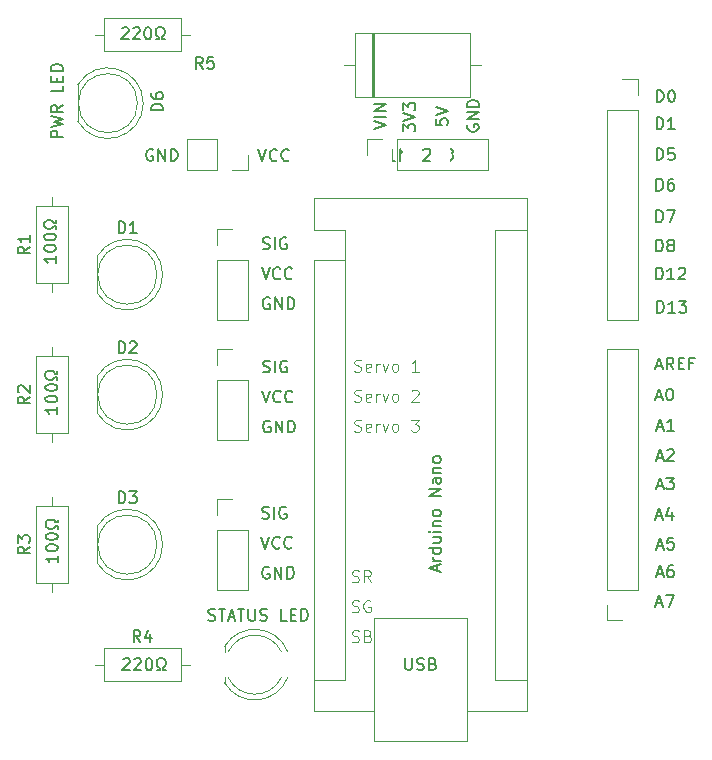
<source format=gto>
%TF.GenerationSoftware,KiCad,Pcbnew,7.0.5*%
%TF.CreationDate,2023-10-17T21:19:38+10:00*%
%TF.ProjectId,Test Stand,54657374-2053-4746-916e-642e6b696361,rev?*%
%TF.SameCoordinates,Original*%
%TF.FileFunction,Legend,Top*%
%TF.FilePolarity,Positive*%
%FSLAX46Y46*%
G04 Gerber Fmt 4.6, Leading zero omitted, Abs format (unit mm)*
G04 Created by KiCad (PCBNEW 7.0.5) date 2023-10-17 21:19:38*
%MOMM*%
%LPD*%
G01*
G04 APERTURE LIST*
%ADD10C,0.150000*%
%ADD11C,0.100000*%
%ADD12C,0.120000*%
%ADD13C,1.600000*%
%ADD14O,1.600000X1.600000*%
%ADD15C,1.800000*%
%ADD16R,1.800000X1.800000*%
%ADD17R,3.200000X3.200000*%
%ADD18O,3.200000X3.200000*%
%ADD19R,1.700000X1.700000*%
%ADD20O,1.700000X1.700000*%
%ADD21C,3.800000*%
%ADD22R,1.070000X1.800000*%
%ADD23O,1.070000X1.800000*%
%ADD24R,1.600000X1.600000*%
G04 APERTURE END LIST*
D10*
X54222171Y-51867824D02*
X53222171Y-51867824D01*
X53222171Y-51867824D02*
X53222171Y-51486872D01*
X53222171Y-51486872D02*
X53269790Y-51391634D01*
X53269790Y-51391634D02*
X53317409Y-51344015D01*
X53317409Y-51344015D02*
X53412647Y-51296396D01*
X53412647Y-51296396D02*
X53555504Y-51296396D01*
X53555504Y-51296396D02*
X53650742Y-51344015D01*
X53650742Y-51344015D02*
X53698361Y-51391634D01*
X53698361Y-51391634D02*
X53745980Y-51486872D01*
X53745980Y-51486872D02*
X53745980Y-51867824D01*
X53222171Y-50963062D02*
X54222171Y-50724967D01*
X54222171Y-50724967D02*
X53507885Y-50534491D01*
X53507885Y-50534491D02*
X54222171Y-50344015D01*
X54222171Y-50344015D02*
X53222171Y-50105920D01*
X54222171Y-49153539D02*
X53745980Y-49486872D01*
X54222171Y-49724967D02*
X53222171Y-49724967D01*
X53222171Y-49724967D02*
X53222171Y-49344015D01*
X53222171Y-49344015D02*
X53269790Y-49248777D01*
X53269790Y-49248777D02*
X53317409Y-49201158D01*
X53317409Y-49201158D02*
X53412647Y-49153539D01*
X53412647Y-49153539D02*
X53555504Y-49153539D01*
X53555504Y-49153539D02*
X53650742Y-49201158D01*
X53650742Y-49201158D02*
X53698361Y-49248777D01*
X53698361Y-49248777D02*
X53745980Y-49344015D01*
X53745980Y-49344015D02*
X53745980Y-49724967D01*
X54222171Y-47486872D02*
X54222171Y-47963062D01*
X54222171Y-47963062D02*
X53222171Y-47963062D01*
X53698361Y-47153538D02*
X53698361Y-46820205D01*
X54222171Y-46677348D02*
X54222171Y-47153538D01*
X54222171Y-47153538D02*
X53222171Y-47153538D01*
X53222171Y-47153538D02*
X53222171Y-46677348D01*
X54222171Y-46248776D02*
X53222171Y-46248776D01*
X53222171Y-46248776D02*
X53222171Y-46010681D01*
X53222171Y-46010681D02*
X53269790Y-45867824D01*
X53269790Y-45867824D02*
X53365028Y-45772586D01*
X53365028Y-45772586D02*
X53460266Y-45724967D01*
X53460266Y-45724967D02*
X53650742Y-45677348D01*
X53650742Y-45677348D02*
X53793599Y-45677348D01*
X53793599Y-45677348D02*
X53984075Y-45724967D01*
X53984075Y-45724967D02*
X54079313Y-45772586D01*
X54079313Y-45772586D02*
X54174552Y-45867824D01*
X54174552Y-45867824D02*
X54222171Y-46010681D01*
X54222171Y-46010681D02*
X54222171Y-46248776D01*
X59241526Y-42651838D02*
X59289145Y-42604219D01*
X59289145Y-42604219D02*
X59384383Y-42556600D01*
X59384383Y-42556600D02*
X59622478Y-42556600D01*
X59622478Y-42556600D02*
X59717716Y-42604219D01*
X59717716Y-42604219D02*
X59765335Y-42651838D01*
X59765335Y-42651838D02*
X59812954Y-42747076D01*
X59812954Y-42747076D02*
X59812954Y-42842314D01*
X59812954Y-42842314D02*
X59765335Y-42985171D01*
X59765335Y-42985171D02*
X59193907Y-43556600D01*
X59193907Y-43556600D02*
X59812954Y-43556600D01*
X60193907Y-42651838D02*
X60241526Y-42604219D01*
X60241526Y-42604219D02*
X60336764Y-42556600D01*
X60336764Y-42556600D02*
X60574859Y-42556600D01*
X60574859Y-42556600D02*
X60670097Y-42604219D01*
X60670097Y-42604219D02*
X60717716Y-42651838D01*
X60717716Y-42651838D02*
X60765335Y-42747076D01*
X60765335Y-42747076D02*
X60765335Y-42842314D01*
X60765335Y-42842314D02*
X60717716Y-42985171D01*
X60717716Y-42985171D02*
X60146288Y-43556600D01*
X60146288Y-43556600D02*
X60765335Y-43556600D01*
X61384383Y-42556600D02*
X61479621Y-42556600D01*
X61479621Y-42556600D02*
X61574859Y-42604219D01*
X61574859Y-42604219D02*
X61622478Y-42651838D01*
X61622478Y-42651838D02*
X61670097Y-42747076D01*
X61670097Y-42747076D02*
X61717716Y-42937552D01*
X61717716Y-42937552D02*
X61717716Y-43175647D01*
X61717716Y-43175647D02*
X61670097Y-43366123D01*
X61670097Y-43366123D02*
X61622478Y-43461361D01*
X61622478Y-43461361D02*
X61574859Y-43508981D01*
X61574859Y-43508981D02*
X61479621Y-43556600D01*
X61479621Y-43556600D02*
X61384383Y-43556600D01*
X61384383Y-43556600D02*
X61289145Y-43508981D01*
X61289145Y-43508981D02*
X61241526Y-43461361D01*
X61241526Y-43461361D02*
X61193907Y-43366123D01*
X61193907Y-43366123D02*
X61146288Y-43175647D01*
X61146288Y-43175647D02*
X61146288Y-42937552D01*
X61146288Y-42937552D02*
X61193907Y-42747076D01*
X61193907Y-42747076D02*
X61241526Y-42651838D01*
X61241526Y-42651838D02*
X61289145Y-42604219D01*
X61289145Y-42604219D02*
X61384383Y-42556600D01*
X62098669Y-43556600D02*
X62336764Y-43556600D01*
X62336764Y-43556600D02*
X62336764Y-43366123D01*
X62336764Y-43366123D02*
X62241526Y-43318504D01*
X62241526Y-43318504D02*
X62146288Y-43223266D01*
X62146288Y-43223266D02*
X62098669Y-43080409D01*
X62098669Y-43080409D02*
X62098669Y-42842314D01*
X62098669Y-42842314D02*
X62146288Y-42699457D01*
X62146288Y-42699457D02*
X62241526Y-42604219D01*
X62241526Y-42604219D02*
X62384383Y-42556600D01*
X62384383Y-42556600D02*
X62574859Y-42556600D01*
X62574859Y-42556600D02*
X62717716Y-42604219D01*
X62717716Y-42604219D02*
X62812954Y-42699457D01*
X62812954Y-42699457D02*
X62860573Y-42842314D01*
X62860573Y-42842314D02*
X62860573Y-43080409D01*
X62860573Y-43080409D02*
X62812954Y-43223266D01*
X62812954Y-43223266D02*
X62717716Y-43318504D01*
X62717716Y-43318504D02*
X62622478Y-43366123D01*
X62622478Y-43366123D02*
X62622478Y-43556600D01*
X62622478Y-43556600D02*
X62860573Y-43556600D01*
X104493728Y-91321318D02*
X104969918Y-91321318D01*
X104398490Y-91607033D02*
X104731823Y-90607033D01*
X104731823Y-90607033D02*
X105065156Y-91607033D01*
X105303252Y-90607033D02*
X105969918Y-90607033D01*
X105969918Y-90607033D02*
X105541347Y-91607033D01*
X104532711Y-88826395D02*
X105008901Y-88826395D01*
X104437473Y-89112110D02*
X104770806Y-88112110D01*
X104770806Y-88112110D02*
X105104139Y-89112110D01*
X105866044Y-88112110D02*
X105675568Y-88112110D01*
X105675568Y-88112110D02*
X105580330Y-88159729D01*
X105580330Y-88159729D02*
X105532711Y-88207348D01*
X105532711Y-88207348D02*
X105437473Y-88350205D01*
X105437473Y-88350205D02*
X105389854Y-88540681D01*
X105389854Y-88540681D02*
X105389854Y-88921633D01*
X105389854Y-88921633D02*
X105437473Y-89016871D01*
X105437473Y-89016871D02*
X105485092Y-89064491D01*
X105485092Y-89064491D02*
X105580330Y-89112110D01*
X105580330Y-89112110D02*
X105770806Y-89112110D01*
X105770806Y-89112110D02*
X105866044Y-89064491D01*
X105866044Y-89064491D02*
X105913663Y-89016871D01*
X105913663Y-89016871D02*
X105961282Y-88921633D01*
X105961282Y-88921633D02*
X105961282Y-88683538D01*
X105961282Y-88683538D02*
X105913663Y-88588300D01*
X105913663Y-88588300D02*
X105866044Y-88540681D01*
X105866044Y-88540681D02*
X105770806Y-88493062D01*
X105770806Y-88493062D02*
X105580330Y-88493062D01*
X105580330Y-88493062D02*
X105485092Y-88540681D01*
X105485092Y-88540681D02*
X105437473Y-88588300D01*
X105437473Y-88588300D02*
X105389854Y-88683538D01*
X104532711Y-86487405D02*
X105008901Y-86487405D01*
X104437473Y-86773120D02*
X104770806Y-85773120D01*
X104770806Y-85773120D02*
X105104139Y-86773120D01*
X105913663Y-85773120D02*
X105437473Y-85773120D01*
X105437473Y-85773120D02*
X105389854Y-86249310D01*
X105389854Y-86249310D02*
X105437473Y-86201691D01*
X105437473Y-86201691D02*
X105532711Y-86154072D01*
X105532711Y-86154072D02*
X105770806Y-86154072D01*
X105770806Y-86154072D02*
X105866044Y-86201691D01*
X105866044Y-86201691D02*
X105913663Y-86249310D01*
X105913663Y-86249310D02*
X105961282Y-86344548D01*
X105961282Y-86344548D02*
X105961282Y-86582643D01*
X105961282Y-86582643D02*
X105913663Y-86677881D01*
X105913663Y-86677881D02*
X105866044Y-86725501D01*
X105866044Y-86725501D02*
X105770806Y-86773120D01*
X105770806Y-86773120D02*
X105532711Y-86773120D01*
X105532711Y-86773120D02*
X105437473Y-86725501D01*
X105437473Y-86725501D02*
X105389854Y-86677881D01*
X104474236Y-83972990D02*
X104950426Y-83972990D01*
X104378998Y-84258705D02*
X104712331Y-83258705D01*
X104712331Y-83258705D02*
X105045664Y-84258705D01*
X105807569Y-83592038D02*
X105807569Y-84258705D01*
X105569474Y-83211086D02*
X105331379Y-83925371D01*
X105331379Y-83925371D02*
X105950426Y-83925371D01*
X104532711Y-81400101D02*
X105008901Y-81400101D01*
X104437473Y-81685816D02*
X104770806Y-80685816D01*
X104770806Y-80685816D02*
X105104139Y-81685816D01*
X105342235Y-80685816D02*
X105961282Y-80685816D01*
X105961282Y-80685816D02*
X105627949Y-81066768D01*
X105627949Y-81066768D02*
X105770806Y-81066768D01*
X105770806Y-81066768D02*
X105866044Y-81114387D01*
X105866044Y-81114387D02*
X105913663Y-81162006D01*
X105913663Y-81162006D02*
X105961282Y-81257244D01*
X105961282Y-81257244D02*
X105961282Y-81495339D01*
X105961282Y-81495339D02*
X105913663Y-81590577D01*
X105913663Y-81590577D02*
X105866044Y-81638197D01*
X105866044Y-81638197D02*
X105770806Y-81685816D01*
X105770806Y-81685816D02*
X105485092Y-81685816D01*
X105485092Y-81685816D02*
X105389854Y-81638197D01*
X105389854Y-81638197D02*
X105342235Y-81590577D01*
X104532711Y-79002636D02*
X105008901Y-79002636D01*
X104437473Y-79288351D02*
X104770806Y-78288351D01*
X104770806Y-78288351D02*
X105104139Y-79288351D01*
X105389854Y-78383589D02*
X105437473Y-78335970D01*
X105437473Y-78335970D02*
X105532711Y-78288351D01*
X105532711Y-78288351D02*
X105770806Y-78288351D01*
X105770806Y-78288351D02*
X105866044Y-78335970D01*
X105866044Y-78335970D02*
X105913663Y-78383589D01*
X105913663Y-78383589D02*
X105961282Y-78478827D01*
X105961282Y-78478827D02*
X105961282Y-78574065D01*
X105961282Y-78574065D02*
X105913663Y-78716922D01*
X105913663Y-78716922D02*
X105342235Y-79288351D01*
X105342235Y-79288351D02*
X105961282Y-79288351D01*
X104552203Y-76410255D02*
X105028393Y-76410255D01*
X104456965Y-76695970D02*
X104790298Y-75695970D01*
X104790298Y-75695970D02*
X105123631Y-76695970D01*
X105980774Y-76695970D02*
X105409346Y-76695970D01*
X105695060Y-76695970D02*
X105695060Y-75695970D01*
X105695060Y-75695970D02*
X105599822Y-75838827D01*
X105599822Y-75838827D02*
X105504584Y-75934065D01*
X105504584Y-75934065D02*
X105409346Y-75981684D01*
X104474236Y-73856857D02*
X104950426Y-73856857D01*
X104378998Y-74142572D02*
X104712331Y-73142572D01*
X104712331Y-73142572D02*
X105045664Y-74142572D01*
X105569474Y-73142572D02*
X105664712Y-73142572D01*
X105664712Y-73142572D02*
X105759950Y-73190191D01*
X105759950Y-73190191D02*
X105807569Y-73237810D01*
X105807569Y-73237810D02*
X105855188Y-73333048D01*
X105855188Y-73333048D02*
X105902807Y-73523524D01*
X105902807Y-73523524D02*
X105902807Y-73761619D01*
X105902807Y-73761619D02*
X105855188Y-73952095D01*
X105855188Y-73952095D02*
X105807569Y-74047333D01*
X105807569Y-74047333D02*
X105759950Y-74094953D01*
X105759950Y-74094953D02*
X105664712Y-74142572D01*
X105664712Y-74142572D02*
X105569474Y-74142572D01*
X105569474Y-74142572D02*
X105474236Y-74094953D01*
X105474236Y-74094953D02*
X105426617Y-74047333D01*
X105426617Y-74047333D02*
X105378998Y-73952095D01*
X105378998Y-73952095D02*
X105331379Y-73761619D01*
X105331379Y-73761619D02*
X105331379Y-73523524D01*
X105331379Y-73523524D02*
X105378998Y-73333048D01*
X105378998Y-73333048D02*
X105426617Y-73237810D01*
X105426617Y-73237810D02*
X105474236Y-73190191D01*
X105474236Y-73190191D02*
X105569474Y-73142572D01*
X104454745Y-71244984D02*
X104930935Y-71244984D01*
X104359507Y-71530699D02*
X104692840Y-70530699D01*
X104692840Y-70530699D02*
X105026173Y-71530699D01*
X105930935Y-71530699D02*
X105597602Y-71054508D01*
X105359507Y-71530699D02*
X105359507Y-70530699D01*
X105359507Y-70530699D02*
X105740459Y-70530699D01*
X105740459Y-70530699D02*
X105835697Y-70578318D01*
X105835697Y-70578318D02*
X105883316Y-70625937D01*
X105883316Y-70625937D02*
X105930935Y-70721175D01*
X105930935Y-70721175D02*
X105930935Y-70864032D01*
X105930935Y-70864032D02*
X105883316Y-70959270D01*
X105883316Y-70959270D02*
X105835697Y-71006889D01*
X105835697Y-71006889D02*
X105740459Y-71054508D01*
X105740459Y-71054508D02*
X105359507Y-71054508D01*
X106359507Y-71006889D02*
X106692840Y-71006889D01*
X106835697Y-71530699D02*
X106359507Y-71530699D01*
X106359507Y-71530699D02*
X106359507Y-70530699D01*
X106359507Y-70530699D02*
X106835697Y-70530699D01*
X107597602Y-71006889D02*
X107264269Y-71006889D01*
X107264269Y-71530699D02*
X107264269Y-70530699D01*
X107264269Y-70530699D02*
X107740459Y-70530699D01*
X88518059Y-50818054D02*
X88470440Y-50913292D01*
X88470440Y-50913292D02*
X88470440Y-51056149D01*
X88470440Y-51056149D02*
X88518059Y-51199006D01*
X88518059Y-51199006D02*
X88613297Y-51294244D01*
X88613297Y-51294244D02*
X88708535Y-51341863D01*
X88708535Y-51341863D02*
X88899011Y-51389482D01*
X88899011Y-51389482D02*
X89041868Y-51389482D01*
X89041868Y-51389482D02*
X89232344Y-51341863D01*
X89232344Y-51341863D02*
X89327582Y-51294244D01*
X89327582Y-51294244D02*
X89422821Y-51199006D01*
X89422821Y-51199006D02*
X89470440Y-51056149D01*
X89470440Y-51056149D02*
X89470440Y-50960911D01*
X89470440Y-50960911D02*
X89422821Y-50818054D01*
X89422821Y-50818054D02*
X89375201Y-50770435D01*
X89375201Y-50770435D02*
X89041868Y-50770435D01*
X89041868Y-50770435D02*
X89041868Y-50960911D01*
X89470440Y-50341863D02*
X88470440Y-50341863D01*
X88470440Y-50341863D02*
X89470440Y-49770435D01*
X89470440Y-49770435D02*
X88470440Y-49770435D01*
X89470440Y-49294244D02*
X88470440Y-49294244D01*
X88470440Y-49294244D02*
X88470440Y-49056149D01*
X88470440Y-49056149D02*
X88518059Y-48913292D01*
X88518059Y-48913292D02*
X88613297Y-48818054D01*
X88613297Y-48818054D02*
X88708535Y-48770435D01*
X88708535Y-48770435D02*
X88899011Y-48722816D01*
X88899011Y-48722816D02*
X89041868Y-48722816D01*
X89041868Y-48722816D02*
X89232344Y-48770435D01*
X89232344Y-48770435D02*
X89327582Y-48818054D01*
X89327582Y-48818054D02*
X89422821Y-48913292D01*
X89422821Y-48913292D02*
X89470440Y-49056149D01*
X89470440Y-49056149D02*
X89470440Y-49294244D01*
X85819584Y-50319908D02*
X85819584Y-50796098D01*
X85819584Y-50796098D02*
X86295774Y-50843717D01*
X86295774Y-50843717D02*
X86248155Y-50796098D01*
X86248155Y-50796098D02*
X86200536Y-50700860D01*
X86200536Y-50700860D02*
X86200536Y-50462765D01*
X86200536Y-50462765D02*
X86248155Y-50367527D01*
X86248155Y-50367527D02*
X86295774Y-50319908D01*
X86295774Y-50319908D02*
X86391012Y-50272289D01*
X86391012Y-50272289D02*
X86629107Y-50272289D01*
X86629107Y-50272289D02*
X86724345Y-50319908D01*
X86724345Y-50319908D02*
X86771965Y-50367527D01*
X86771965Y-50367527D02*
X86819584Y-50462765D01*
X86819584Y-50462765D02*
X86819584Y-50700860D01*
X86819584Y-50700860D02*
X86771965Y-50796098D01*
X86771965Y-50796098D02*
X86724345Y-50843717D01*
X85819584Y-49986574D02*
X86819584Y-49653241D01*
X86819584Y-49653241D02*
X85819584Y-49319908D01*
X83071270Y-51378626D02*
X83071270Y-50759579D01*
X83071270Y-50759579D02*
X83452222Y-51092912D01*
X83452222Y-51092912D02*
X83452222Y-50950055D01*
X83452222Y-50950055D02*
X83499841Y-50854817D01*
X83499841Y-50854817D02*
X83547460Y-50807198D01*
X83547460Y-50807198D02*
X83642698Y-50759579D01*
X83642698Y-50759579D02*
X83880793Y-50759579D01*
X83880793Y-50759579D02*
X83976031Y-50807198D01*
X83976031Y-50807198D02*
X84023651Y-50854817D01*
X84023651Y-50854817D02*
X84071270Y-50950055D01*
X84071270Y-50950055D02*
X84071270Y-51235769D01*
X84071270Y-51235769D02*
X84023651Y-51331007D01*
X84023651Y-51331007D02*
X83976031Y-51378626D01*
X83071270Y-50473864D02*
X84071270Y-50140531D01*
X84071270Y-50140531D02*
X83071270Y-49807198D01*
X83071270Y-49569102D02*
X83071270Y-48950055D01*
X83071270Y-48950055D02*
X83452222Y-49283388D01*
X83452222Y-49283388D02*
X83452222Y-49140531D01*
X83452222Y-49140531D02*
X83499841Y-49045293D01*
X83499841Y-49045293D02*
X83547460Y-48997674D01*
X83547460Y-48997674D02*
X83642698Y-48950055D01*
X83642698Y-48950055D02*
X83880793Y-48950055D01*
X83880793Y-48950055D02*
X83976031Y-48997674D01*
X83976031Y-48997674D02*
X84023651Y-49045293D01*
X84023651Y-49045293D02*
X84071270Y-49140531D01*
X84071270Y-49140531D02*
X84071270Y-49426245D01*
X84071270Y-49426245D02*
X84023651Y-49521483D01*
X84023651Y-49521483D02*
X83976031Y-49569102D01*
X80615330Y-51133871D02*
X81615330Y-50800538D01*
X81615330Y-50800538D02*
X80615330Y-50467205D01*
X81615330Y-50133871D02*
X80615330Y-50133871D01*
X81615330Y-49657681D02*
X80615330Y-49657681D01*
X80615330Y-49657681D02*
X81615330Y-49086253D01*
X81615330Y-49086253D02*
X80615330Y-49086253D01*
X104541347Y-66716277D02*
X104541347Y-65716277D01*
X104541347Y-65716277D02*
X104779442Y-65716277D01*
X104779442Y-65716277D02*
X104922299Y-65763896D01*
X104922299Y-65763896D02*
X105017537Y-65859134D01*
X105017537Y-65859134D02*
X105065156Y-65954372D01*
X105065156Y-65954372D02*
X105112775Y-66144848D01*
X105112775Y-66144848D02*
X105112775Y-66287705D01*
X105112775Y-66287705D02*
X105065156Y-66478181D01*
X105065156Y-66478181D02*
X105017537Y-66573419D01*
X105017537Y-66573419D02*
X104922299Y-66668658D01*
X104922299Y-66668658D02*
X104779442Y-66716277D01*
X104779442Y-66716277D02*
X104541347Y-66716277D01*
X106065156Y-66716277D02*
X105493728Y-66716277D01*
X105779442Y-66716277D02*
X105779442Y-65716277D01*
X105779442Y-65716277D02*
X105684204Y-65859134D01*
X105684204Y-65859134D02*
X105588966Y-65954372D01*
X105588966Y-65954372D02*
X105493728Y-66001991D01*
X106398490Y-65716277D02*
X107017537Y-65716277D01*
X107017537Y-65716277D02*
X106684204Y-66097229D01*
X106684204Y-66097229D02*
X106827061Y-66097229D01*
X106827061Y-66097229D02*
X106922299Y-66144848D01*
X106922299Y-66144848D02*
X106969918Y-66192467D01*
X106969918Y-66192467D02*
X107017537Y-66287705D01*
X107017537Y-66287705D02*
X107017537Y-66525800D01*
X107017537Y-66525800D02*
X106969918Y-66621038D01*
X106969918Y-66621038D02*
X106922299Y-66668658D01*
X106922299Y-66668658D02*
X106827061Y-66716277D01*
X106827061Y-66716277D02*
X106541347Y-66716277D01*
X106541347Y-66716277D02*
X106446109Y-66668658D01*
X106446109Y-66668658D02*
X106398490Y-66621038D01*
X104463381Y-63909489D02*
X104463381Y-62909489D01*
X104463381Y-62909489D02*
X104701476Y-62909489D01*
X104701476Y-62909489D02*
X104844333Y-62957108D01*
X104844333Y-62957108D02*
X104939571Y-63052346D01*
X104939571Y-63052346D02*
X104987190Y-63147584D01*
X104987190Y-63147584D02*
X105034809Y-63338060D01*
X105034809Y-63338060D02*
X105034809Y-63480917D01*
X105034809Y-63480917D02*
X104987190Y-63671393D01*
X104987190Y-63671393D02*
X104939571Y-63766631D01*
X104939571Y-63766631D02*
X104844333Y-63861870D01*
X104844333Y-63861870D02*
X104701476Y-63909489D01*
X104701476Y-63909489D02*
X104463381Y-63909489D01*
X105987190Y-63909489D02*
X105415762Y-63909489D01*
X105701476Y-63909489D02*
X105701476Y-62909489D01*
X105701476Y-62909489D02*
X105606238Y-63052346D01*
X105606238Y-63052346D02*
X105511000Y-63147584D01*
X105511000Y-63147584D02*
X105415762Y-63195203D01*
X106368143Y-63004727D02*
X106415762Y-62957108D01*
X106415762Y-62957108D02*
X106511000Y-62909489D01*
X106511000Y-62909489D02*
X106749095Y-62909489D01*
X106749095Y-62909489D02*
X106844333Y-62957108D01*
X106844333Y-62957108D02*
X106891952Y-63004727D01*
X106891952Y-63004727D02*
X106939571Y-63099965D01*
X106939571Y-63099965D02*
X106939571Y-63195203D01*
X106939571Y-63195203D02*
X106891952Y-63338060D01*
X106891952Y-63338060D02*
X106320524Y-63909489D01*
X106320524Y-63909489D02*
X106939571Y-63909489D01*
X104463381Y-61531516D02*
X104463381Y-60531516D01*
X104463381Y-60531516D02*
X104701476Y-60531516D01*
X104701476Y-60531516D02*
X104844333Y-60579135D01*
X104844333Y-60579135D02*
X104939571Y-60674373D01*
X104939571Y-60674373D02*
X104987190Y-60769611D01*
X104987190Y-60769611D02*
X105034809Y-60960087D01*
X105034809Y-60960087D02*
X105034809Y-61102944D01*
X105034809Y-61102944D02*
X104987190Y-61293420D01*
X104987190Y-61293420D02*
X104939571Y-61388658D01*
X104939571Y-61388658D02*
X104844333Y-61483897D01*
X104844333Y-61483897D02*
X104701476Y-61531516D01*
X104701476Y-61531516D02*
X104463381Y-61531516D01*
X105606238Y-60960087D02*
X105511000Y-60912468D01*
X105511000Y-60912468D02*
X105463381Y-60864849D01*
X105463381Y-60864849D02*
X105415762Y-60769611D01*
X105415762Y-60769611D02*
X105415762Y-60721992D01*
X105415762Y-60721992D02*
X105463381Y-60626754D01*
X105463381Y-60626754D02*
X105511000Y-60579135D01*
X105511000Y-60579135D02*
X105606238Y-60531516D01*
X105606238Y-60531516D02*
X105796714Y-60531516D01*
X105796714Y-60531516D02*
X105891952Y-60579135D01*
X105891952Y-60579135D02*
X105939571Y-60626754D01*
X105939571Y-60626754D02*
X105987190Y-60721992D01*
X105987190Y-60721992D02*
X105987190Y-60769611D01*
X105987190Y-60769611D02*
X105939571Y-60864849D01*
X105939571Y-60864849D02*
X105891952Y-60912468D01*
X105891952Y-60912468D02*
X105796714Y-60960087D01*
X105796714Y-60960087D02*
X105606238Y-60960087D01*
X105606238Y-60960087D02*
X105511000Y-61007706D01*
X105511000Y-61007706D02*
X105463381Y-61055325D01*
X105463381Y-61055325D02*
X105415762Y-61150563D01*
X105415762Y-61150563D02*
X105415762Y-61341039D01*
X105415762Y-61341039D02*
X105463381Y-61436277D01*
X105463381Y-61436277D02*
X105511000Y-61483897D01*
X105511000Y-61483897D02*
X105606238Y-61531516D01*
X105606238Y-61531516D02*
X105796714Y-61531516D01*
X105796714Y-61531516D02*
X105891952Y-61483897D01*
X105891952Y-61483897D02*
X105939571Y-61436277D01*
X105939571Y-61436277D02*
X105987190Y-61341039D01*
X105987190Y-61341039D02*
X105987190Y-61150563D01*
X105987190Y-61150563D02*
X105939571Y-61055325D01*
X105939571Y-61055325D02*
X105891952Y-61007706D01*
X105891952Y-61007706D02*
X105796714Y-60960087D01*
X104482872Y-59056084D02*
X104482872Y-58056084D01*
X104482872Y-58056084D02*
X104720967Y-58056084D01*
X104720967Y-58056084D02*
X104863824Y-58103703D01*
X104863824Y-58103703D02*
X104959062Y-58198941D01*
X104959062Y-58198941D02*
X105006681Y-58294179D01*
X105006681Y-58294179D02*
X105054300Y-58484655D01*
X105054300Y-58484655D02*
X105054300Y-58627512D01*
X105054300Y-58627512D02*
X105006681Y-58817988D01*
X105006681Y-58817988D02*
X104959062Y-58913226D01*
X104959062Y-58913226D02*
X104863824Y-59008465D01*
X104863824Y-59008465D02*
X104720967Y-59056084D01*
X104720967Y-59056084D02*
X104482872Y-59056084D01*
X105387634Y-58056084D02*
X106054300Y-58056084D01*
X106054300Y-58056084D02*
X105625729Y-59056084D01*
X104482872Y-56385737D02*
X104482872Y-55385737D01*
X104482872Y-55385737D02*
X104720967Y-55385737D01*
X104720967Y-55385737D02*
X104863824Y-55433356D01*
X104863824Y-55433356D02*
X104959062Y-55528594D01*
X104959062Y-55528594D02*
X105006681Y-55623832D01*
X105006681Y-55623832D02*
X105054300Y-55814308D01*
X105054300Y-55814308D02*
X105054300Y-55957165D01*
X105054300Y-55957165D02*
X105006681Y-56147641D01*
X105006681Y-56147641D02*
X104959062Y-56242879D01*
X104959062Y-56242879D02*
X104863824Y-56338118D01*
X104863824Y-56338118D02*
X104720967Y-56385737D01*
X104720967Y-56385737D02*
X104482872Y-56385737D01*
X105911443Y-55385737D02*
X105720967Y-55385737D01*
X105720967Y-55385737D02*
X105625729Y-55433356D01*
X105625729Y-55433356D02*
X105578110Y-55480975D01*
X105578110Y-55480975D02*
X105482872Y-55623832D01*
X105482872Y-55623832D02*
X105435253Y-55814308D01*
X105435253Y-55814308D02*
X105435253Y-56195260D01*
X105435253Y-56195260D02*
X105482872Y-56290498D01*
X105482872Y-56290498D02*
X105530491Y-56338118D01*
X105530491Y-56338118D02*
X105625729Y-56385737D01*
X105625729Y-56385737D02*
X105816205Y-56385737D01*
X105816205Y-56385737D02*
X105911443Y-56338118D01*
X105911443Y-56338118D02*
X105959062Y-56290498D01*
X105959062Y-56290498D02*
X106006681Y-56195260D01*
X106006681Y-56195260D02*
X106006681Y-55957165D01*
X106006681Y-55957165D02*
X105959062Y-55861927D01*
X105959062Y-55861927D02*
X105911443Y-55814308D01*
X105911443Y-55814308D02*
X105816205Y-55766689D01*
X105816205Y-55766689D02*
X105625729Y-55766689D01*
X105625729Y-55766689D02*
X105530491Y-55814308D01*
X105530491Y-55814308D02*
X105482872Y-55861927D01*
X105482872Y-55861927D02*
X105435253Y-55957165D01*
X104502364Y-53793356D02*
X104502364Y-52793356D01*
X104502364Y-52793356D02*
X104740459Y-52793356D01*
X104740459Y-52793356D02*
X104883316Y-52840975D01*
X104883316Y-52840975D02*
X104978554Y-52936213D01*
X104978554Y-52936213D02*
X105026173Y-53031451D01*
X105026173Y-53031451D02*
X105073792Y-53221927D01*
X105073792Y-53221927D02*
X105073792Y-53364784D01*
X105073792Y-53364784D02*
X105026173Y-53555260D01*
X105026173Y-53555260D02*
X104978554Y-53650498D01*
X104978554Y-53650498D02*
X104883316Y-53745737D01*
X104883316Y-53745737D02*
X104740459Y-53793356D01*
X104740459Y-53793356D02*
X104502364Y-53793356D01*
X105978554Y-52793356D02*
X105502364Y-52793356D01*
X105502364Y-52793356D02*
X105454745Y-53269546D01*
X105454745Y-53269546D02*
X105502364Y-53221927D01*
X105502364Y-53221927D02*
X105597602Y-53174308D01*
X105597602Y-53174308D02*
X105835697Y-53174308D01*
X105835697Y-53174308D02*
X105930935Y-53221927D01*
X105930935Y-53221927D02*
X105978554Y-53269546D01*
X105978554Y-53269546D02*
X106026173Y-53364784D01*
X106026173Y-53364784D02*
X106026173Y-53602879D01*
X106026173Y-53602879D02*
X105978554Y-53698117D01*
X105978554Y-53698117D02*
X105930935Y-53745737D01*
X105930935Y-53745737D02*
X105835697Y-53793356D01*
X105835697Y-53793356D02*
X105597602Y-53793356D01*
X105597602Y-53793356D02*
X105502364Y-53745737D01*
X105502364Y-53745737D02*
X105454745Y-53698117D01*
X104502364Y-51181483D02*
X104502364Y-50181483D01*
X104502364Y-50181483D02*
X104740459Y-50181483D01*
X104740459Y-50181483D02*
X104883316Y-50229102D01*
X104883316Y-50229102D02*
X104978554Y-50324340D01*
X104978554Y-50324340D02*
X105026173Y-50419578D01*
X105026173Y-50419578D02*
X105073792Y-50610054D01*
X105073792Y-50610054D02*
X105073792Y-50752911D01*
X105073792Y-50752911D02*
X105026173Y-50943387D01*
X105026173Y-50943387D02*
X104978554Y-51038625D01*
X104978554Y-51038625D02*
X104883316Y-51133864D01*
X104883316Y-51133864D02*
X104740459Y-51181483D01*
X104740459Y-51181483D02*
X104502364Y-51181483D01*
X106026173Y-51181483D02*
X105454745Y-51181483D01*
X105740459Y-51181483D02*
X105740459Y-50181483D01*
X105740459Y-50181483D02*
X105645221Y-50324340D01*
X105645221Y-50324340D02*
X105549983Y-50419578D01*
X105549983Y-50419578D02*
X105454745Y-50467197D01*
X104521855Y-48881476D02*
X104521855Y-47881476D01*
X104521855Y-47881476D02*
X104759950Y-47881476D01*
X104759950Y-47881476D02*
X104902807Y-47929095D01*
X104902807Y-47929095D02*
X104998045Y-48024333D01*
X104998045Y-48024333D02*
X105045664Y-48119571D01*
X105045664Y-48119571D02*
X105093283Y-48310047D01*
X105093283Y-48310047D02*
X105093283Y-48452904D01*
X105093283Y-48452904D02*
X105045664Y-48643380D01*
X105045664Y-48643380D02*
X104998045Y-48738618D01*
X104998045Y-48738618D02*
X104902807Y-48833857D01*
X104902807Y-48833857D02*
X104759950Y-48881476D01*
X104759950Y-48881476D02*
X104521855Y-48881476D01*
X105712331Y-47881476D02*
X105807569Y-47881476D01*
X105807569Y-47881476D02*
X105902807Y-47929095D01*
X105902807Y-47929095D02*
X105950426Y-47976714D01*
X105950426Y-47976714D02*
X105998045Y-48071952D01*
X105998045Y-48071952D02*
X106045664Y-48262428D01*
X106045664Y-48262428D02*
X106045664Y-48500523D01*
X106045664Y-48500523D02*
X105998045Y-48690999D01*
X105998045Y-48690999D02*
X105950426Y-48786237D01*
X105950426Y-48786237D02*
X105902807Y-48833857D01*
X105902807Y-48833857D02*
X105807569Y-48881476D01*
X105807569Y-48881476D02*
X105712331Y-48881476D01*
X105712331Y-48881476D02*
X105617093Y-48833857D01*
X105617093Y-48833857D02*
X105569474Y-48786237D01*
X105569474Y-48786237D02*
X105521855Y-48690999D01*
X105521855Y-48690999D02*
X105474236Y-48500523D01*
X105474236Y-48500523D02*
X105474236Y-48262428D01*
X105474236Y-48262428D02*
X105521855Y-48071952D01*
X105521855Y-48071952D02*
X105569474Y-47976714D01*
X105569474Y-47976714D02*
X105617093Y-47929095D01*
X105617093Y-47929095D02*
X105712331Y-47881476D01*
D11*
X78730283Y-92025375D02*
X78873140Y-92072994D01*
X78873140Y-92072994D02*
X79111235Y-92072994D01*
X79111235Y-92072994D02*
X79206473Y-92025375D01*
X79206473Y-92025375D02*
X79254092Y-91977755D01*
X79254092Y-91977755D02*
X79301711Y-91882517D01*
X79301711Y-91882517D02*
X79301711Y-91787279D01*
X79301711Y-91787279D02*
X79254092Y-91692041D01*
X79254092Y-91692041D02*
X79206473Y-91644422D01*
X79206473Y-91644422D02*
X79111235Y-91596803D01*
X79111235Y-91596803D02*
X78920759Y-91549184D01*
X78920759Y-91549184D02*
X78825521Y-91501565D01*
X78825521Y-91501565D02*
X78777902Y-91453946D01*
X78777902Y-91453946D02*
X78730283Y-91358708D01*
X78730283Y-91358708D02*
X78730283Y-91263470D01*
X78730283Y-91263470D02*
X78777902Y-91168232D01*
X78777902Y-91168232D02*
X78825521Y-91120613D01*
X78825521Y-91120613D02*
X78920759Y-91072994D01*
X78920759Y-91072994D02*
X79158854Y-91072994D01*
X79158854Y-91072994D02*
X79301711Y-91120613D01*
X80254092Y-91120613D02*
X80158854Y-91072994D01*
X80158854Y-91072994D02*
X80015997Y-91072994D01*
X80015997Y-91072994D02*
X79873140Y-91120613D01*
X79873140Y-91120613D02*
X79777902Y-91215851D01*
X79777902Y-91215851D02*
X79730283Y-91311089D01*
X79730283Y-91311089D02*
X79682664Y-91501565D01*
X79682664Y-91501565D02*
X79682664Y-91644422D01*
X79682664Y-91644422D02*
X79730283Y-91834898D01*
X79730283Y-91834898D02*
X79777902Y-91930136D01*
X79777902Y-91930136D02*
X79873140Y-92025375D01*
X79873140Y-92025375D02*
X80015997Y-92072994D01*
X80015997Y-92072994D02*
X80111235Y-92072994D01*
X80111235Y-92072994D02*
X80254092Y-92025375D01*
X80254092Y-92025375D02*
X80301711Y-91977755D01*
X80301711Y-91977755D02*
X80301711Y-91644422D01*
X80301711Y-91644422D02*
X80111235Y-91644422D01*
D10*
X71031022Y-85694402D02*
X71364355Y-86694402D01*
X71364355Y-86694402D02*
X71697688Y-85694402D01*
X72602450Y-86599163D02*
X72554831Y-86646783D01*
X72554831Y-86646783D02*
X72411974Y-86694402D01*
X72411974Y-86694402D02*
X72316736Y-86694402D01*
X72316736Y-86694402D02*
X72173879Y-86646783D01*
X72173879Y-86646783D02*
X72078641Y-86551544D01*
X72078641Y-86551544D02*
X72031022Y-86456306D01*
X72031022Y-86456306D02*
X71983403Y-86265830D01*
X71983403Y-86265830D02*
X71983403Y-86122973D01*
X71983403Y-86122973D02*
X72031022Y-85932497D01*
X72031022Y-85932497D02*
X72078641Y-85837259D01*
X72078641Y-85837259D02*
X72173879Y-85742021D01*
X72173879Y-85742021D02*
X72316736Y-85694402D01*
X72316736Y-85694402D02*
X72411974Y-85694402D01*
X72411974Y-85694402D02*
X72554831Y-85742021D01*
X72554831Y-85742021D02*
X72602450Y-85789640D01*
X73602450Y-86599163D02*
X73554831Y-86646783D01*
X73554831Y-86646783D02*
X73411974Y-86694402D01*
X73411974Y-86694402D02*
X73316736Y-86694402D01*
X73316736Y-86694402D02*
X73173879Y-86646783D01*
X73173879Y-86646783D02*
X73078641Y-86551544D01*
X73078641Y-86551544D02*
X73031022Y-86456306D01*
X73031022Y-86456306D02*
X72983403Y-86265830D01*
X72983403Y-86265830D02*
X72983403Y-86122973D01*
X72983403Y-86122973D02*
X73031022Y-85932497D01*
X73031022Y-85932497D02*
X73078641Y-85837259D01*
X73078641Y-85837259D02*
X73173879Y-85742021D01*
X73173879Y-85742021D02*
X73316736Y-85694402D01*
X73316736Y-85694402D02*
X73411974Y-85694402D01*
X73411974Y-85694402D02*
X73554831Y-85742021D01*
X73554831Y-85742021D02*
X73602450Y-85789640D01*
D11*
X78919441Y-76738147D02*
X79062298Y-76785766D01*
X79062298Y-76785766D02*
X79300393Y-76785766D01*
X79300393Y-76785766D02*
X79395631Y-76738147D01*
X79395631Y-76738147D02*
X79443250Y-76690527D01*
X79443250Y-76690527D02*
X79490869Y-76595289D01*
X79490869Y-76595289D02*
X79490869Y-76500051D01*
X79490869Y-76500051D02*
X79443250Y-76404813D01*
X79443250Y-76404813D02*
X79395631Y-76357194D01*
X79395631Y-76357194D02*
X79300393Y-76309575D01*
X79300393Y-76309575D02*
X79109917Y-76261956D01*
X79109917Y-76261956D02*
X79014679Y-76214337D01*
X79014679Y-76214337D02*
X78967060Y-76166718D01*
X78967060Y-76166718D02*
X78919441Y-76071480D01*
X78919441Y-76071480D02*
X78919441Y-75976242D01*
X78919441Y-75976242D02*
X78967060Y-75881004D01*
X78967060Y-75881004D02*
X79014679Y-75833385D01*
X79014679Y-75833385D02*
X79109917Y-75785766D01*
X79109917Y-75785766D02*
X79348012Y-75785766D01*
X79348012Y-75785766D02*
X79490869Y-75833385D01*
X80300393Y-76738147D02*
X80205155Y-76785766D01*
X80205155Y-76785766D02*
X80014679Y-76785766D01*
X80014679Y-76785766D02*
X79919441Y-76738147D01*
X79919441Y-76738147D02*
X79871822Y-76642908D01*
X79871822Y-76642908D02*
X79871822Y-76261956D01*
X79871822Y-76261956D02*
X79919441Y-76166718D01*
X79919441Y-76166718D02*
X80014679Y-76119099D01*
X80014679Y-76119099D02*
X80205155Y-76119099D01*
X80205155Y-76119099D02*
X80300393Y-76166718D01*
X80300393Y-76166718D02*
X80348012Y-76261956D01*
X80348012Y-76261956D02*
X80348012Y-76357194D01*
X80348012Y-76357194D02*
X79871822Y-76452432D01*
X80776584Y-76785766D02*
X80776584Y-76119099D01*
X80776584Y-76309575D02*
X80824203Y-76214337D01*
X80824203Y-76214337D02*
X80871822Y-76166718D01*
X80871822Y-76166718D02*
X80967060Y-76119099D01*
X80967060Y-76119099D02*
X81062298Y-76119099D01*
X81300394Y-76119099D02*
X81538489Y-76785766D01*
X81538489Y-76785766D02*
X81776584Y-76119099D01*
X82300394Y-76785766D02*
X82205156Y-76738147D01*
X82205156Y-76738147D02*
X82157537Y-76690527D01*
X82157537Y-76690527D02*
X82109918Y-76595289D01*
X82109918Y-76595289D02*
X82109918Y-76309575D01*
X82109918Y-76309575D02*
X82157537Y-76214337D01*
X82157537Y-76214337D02*
X82205156Y-76166718D01*
X82205156Y-76166718D02*
X82300394Y-76119099D01*
X82300394Y-76119099D02*
X82443251Y-76119099D01*
X82443251Y-76119099D02*
X82538489Y-76166718D01*
X82538489Y-76166718D02*
X82586108Y-76214337D01*
X82586108Y-76214337D02*
X82633727Y-76309575D01*
X82633727Y-76309575D02*
X82633727Y-76595289D01*
X82633727Y-76595289D02*
X82586108Y-76690527D01*
X82586108Y-76690527D02*
X82538489Y-76738147D01*
X82538489Y-76738147D02*
X82443251Y-76785766D01*
X82443251Y-76785766D02*
X82300394Y-76785766D01*
X83728966Y-75785766D02*
X84348013Y-75785766D01*
X84348013Y-75785766D02*
X84014680Y-76166718D01*
X84014680Y-76166718D02*
X84157537Y-76166718D01*
X84157537Y-76166718D02*
X84252775Y-76214337D01*
X84252775Y-76214337D02*
X84300394Y-76261956D01*
X84300394Y-76261956D02*
X84348013Y-76357194D01*
X84348013Y-76357194D02*
X84348013Y-76595289D01*
X84348013Y-76595289D02*
X84300394Y-76690527D01*
X84300394Y-76690527D02*
X84252775Y-76738147D01*
X84252775Y-76738147D02*
X84157537Y-76785766D01*
X84157537Y-76785766D02*
X83871823Y-76785766D01*
X83871823Y-76785766D02*
X83776585Y-76738147D01*
X83776585Y-76738147D02*
X83728966Y-76690527D01*
D10*
X82377155Y-53836564D02*
X81805727Y-53836564D01*
X82091441Y-53836564D02*
X82091441Y-52836564D01*
X82091441Y-52836564D02*
X81996203Y-52979421D01*
X81996203Y-52979421D02*
X81900965Y-53074659D01*
X81900965Y-53074659D02*
X81805727Y-53122278D01*
X82805727Y-53836564D02*
X82805727Y-52836564D01*
X82805727Y-52836564D02*
X83377155Y-53836564D01*
X83377155Y-53836564D02*
X83377155Y-52836564D01*
X84329536Y-52836564D02*
X83853346Y-52836564D01*
X83853346Y-52836564D02*
X83805727Y-53312754D01*
X83805727Y-53312754D02*
X83853346Y-53265135D01*
X83853346Y-53265135D02*
X83948584Y-53217516D01*
X83948584Y-53217516D02*
X84186679Y-53217516D01*
X84186679Y-53217516D02*
X84281917Y-53265135D01*
X84281917Y-53265135D02*
X84329536Y-53312754D01*
X84329536Y-53312754D02*
X84377155Y-53407992D01*
X84377155Y-53407992D02*
X84377155Y-53646087D01*
X84377155Y-53646087D02*
X84329536Y-53741325D01*
X84329536Y-53741325D02*
X84281917Y-53788945D01*
X84281917Y-53788945D02*
X84186679Y-53836564D01*
X84186679Y-53836564D02*
X83948584Y-53836564D01*
X83948584Y-53836564D02*
X83853346Y-53788945D01*
X83853346Y-53788945D02*
X83805727Y-53741325D01*
X84758108Y-52931802D02*
X84805727Y-52884183D01*
X84805727Y-52884183D02*
X84900965Y-52836564D01*
X84900965Y-52836564D02*
X85139060Y-52836564D01*
X85139060Y-52836564D02*
X85234298Y-52884183D01*
X85234298Y-52884183D02*
X85281917Y-52931802D01*
X85281917Y-52931802D02*
X85329536Y-53027040D01*
X85329536Y-53027040D02*
X85329536Y-53122278D01*
X85329536Y-53122278D02*
X85281917Y-53265135D01*
X85281917Y-53265135D02*
X84710489Y-53836564D01*
X84710489Y-53836564D02*
X85329536Y-53836564D01*
X85900965Y-53265135D02*
X85805727Y-53217516D01*
X85805727Y-53217516D02*
X85758108Y-53169897D01*
X85758108Y-53169897D02*
X85710489Y-53074659D01*
X85710489Y-53074659D02*
X85710489Y-53027040D01*
X85710489Y-53027040D02*
X85758108Y-52931802D01*
X85758108Y-52931802D02*
X85805727Y-52884183D01*
X85805727Y-52884183D02*
X85900965Y-52836564D01*
X85900965Y-52836564D02*
X86091441Y-52836564D01*
X86091441Y-52836564D02*
X86186679Y-52884183D01*
X86186679Y-52884183D02*
X86234298Y-52931802D01*
X86234298Y-52931802D02*
X86281917Y-53027040D01*
X86281917Y-53027040D02*
X86281917Y-53074659D01*
X86281917Y-53074659D02*
X86234298Y-53169897D01*
X86234298Y-53169897D02*
X86186679Y-53217516D01*
X86186679Y-53217516D02*
X86091441Y-53265135D01*
X86091441Y-53265135D02*
X85900965Y-53265135D01*
X85900965Y-53265135D02*
X85805727Y-53312754D01*
X85805727Y-53312754D02*
X85758108Y-53360373D01*
X85758108Y-53360373D02*
X85710489Y-53455611D01*
X85710489Y-53455611D02*
X85710489Y-53646087D01*
X85710489Y-53646087D02*
X85758108Y-53741325D01*
X85758108Y-53741325D02*
X85805727Y-53788945D01*
X85805727Y-53788945D02*
X85900965Y-53836564D01*
X85900965Y-53836564D02*
X86091441Y-53836564D01*
X86091441Y-53836564D02*
X86186679Y-53788945D01*
X86186679Y-53788945D02*
X86234298Y-53741325D01*
X86234298Y-53741325D02*
X86281917Y-53646087D01*
X86281917Y-53646087D02*
X86281917Y-53455611D01*
X86281917Y-53455611D02*
X86234298Y-53360373D01*
X86234298Y-53360373D02*
X86186679Y-53312754D01*
X86186679Y-53312754D02*
X86091441Y-53265135D01*
X86853346Y-53265135D02*
X86758108Y-53217516D01*
X86758108Y-53217516D02*
X86710489Y-53169897D01*
X86710489Y-53169897D02*
X86662870Y-53074659D01*
X86662870Y-53074659D02*
X86662870Y-53027040D01*
X86662870Y-53027040D02*
X86710489Y-52931802D01*
X86710489Y-52931802D02*
X86758108Y-52884183D01*
X86758108Y-52884183D02*
X86853346Y-52836564D01*
X86853346Y-52836564D02*
X87043822Y-52836564D01*
X87043822Y-52836564D02*
X87139060Y-52884183D01*
X87139060Y-52884183D02*
X87186679Y-52931802D01*
X87186679Y-52931802D02*
X87234298Y-53027040D01*
X87234298Y-53027040D02*
X87234298Y-53074659D01*
X87234298Y-53074659D02*
X87186679Y-53169897D01*
X87186679Y-53169897D02*
X87139060Y-53217516D01*
X87139060Y-53217516D02*
X87043822Y-53265135D01*
X87043822Y-53265135D02*
X86853346Y-53265135D01*
X86853346Y-53265135D02*
X86758108Y-53312754D01*
X86758108Y-53312754D02*
X86710489Y-53360373D01*
X86710489Y-53360373D02*
X86662870Y-53455611D01*
X86662870Y-53455611D02*
X86662870Y-53646087D01*
X86662870Y-53646087D02*
X86710489Y-53741325D01*
X86710489Y-53741325D02*
X86758108Y-53788945D01*
X86758108Y-53788945D02*
X86853346Y-53836564D01*
X86853346Y-53836564D02*
X87043822Y-53836564D01*
X87043822Y-53836564D02*
X87139060Y-53788945D01*
X87139060Y-53788945D02*
X87186679Y-53741325D01*
X87186679Y-53741325D02*
X87234298Y-53646087D01*
X87234298Y-53646087D02*
X87234298Y-53455611D01*
X87234298Y-53455611D02*
X87186679Y-53360373D01*
X87186679Y-53360373D02*
X87139060Y-53312754D01*
X87139060Y-53312754D02*
X87043822Y-53265135D01*
D11*
X78919441Y-74198147D02*
X79062298Y-74245766D01*
X79062298Y-74245766D02*
X79300393Y-74245766D01*
X79300393Y-74245766D02*
X79395631Y-74198147D01*
X79395631Y-74198147D02*
X79443250Y-74150527D01*
X79443250Y-74150527D02*
X79490869Y-74055289D01*
X79490869Y-74055289D02*
X79490869Y-73960051D01*
X79490869Y-73960051D02*
X79443250Y-73864813D01*
X79443250Y-73864813D02*
X79395631Y-73817194D01*
X79395631Y-73817194D02*
X79300393Y-73769575D01*
X79300393Y-73769575D02*
X79109917Y-73721956D01*
X79109917Y-73721956D02*
X79014679Y-73674337D01*
X79014679Y-73674337D02*
X78967060Y-73626718D01*
X78967060Y-73626718D02*
X78919441Y-73531480D01*
X78919441Y-73531480D02*
X78919441Y-73436242D01*
X78919441Y-73436242D02*
X78967060Y-73341004D01*
X78967060Y-73341004D02*
X79014679Y-73293385D01*
X79014679Y-73293385D02*
X79109917Y-73245766D01*
X79109917Y-73245766D02*
X79348012Y-73245766D01*
X79348012Y-73245766D02*
X79490869Y-73293385D01*
X80300393Y-74198147D02*
X80205155Y-74245766D01*
X80205155Y-74245766D02*
X80014679Y-74245766D01*
X80014679Y-74245766D02*
X79919441Y-74198147D01*
X79919441Y-74198147D02*
X79871822Y-74102908D01*
X79871822Y-74102908D02*
X79871822Y-73721956D01*
X79871822Y-73721956D02*
X79919441Y-73626718D01*
X79919441Y-73626718D02*
X80014679Y-73579099D01*
X80014679Y-73579099D02*
X80205155Y-73579099D01*
X80205155Y-73579099D02*
X80300393Y-73626718D01*
X80300393Y-73626718D02*
X80348012Y-73721956D01*
X80348012Y-73721956D02*
X80348012Y-73817194D01*
X80348012Y-73817194D02*
X79871822Y-73912432D01*
X80776584Y-74245766D02*
X80776584Y-73579099D01*
X80776584Y-73769575D02*
X80824203Y-73674337D01*
X80824203Y-73674337D02*
X80871822Y-73626718D01*
X80871822Y-73626718D02*
X80967060Y-73579099D01*
X80967060Y-73579099D02*
X81062298Y-73579099D01*
X81300394Y-73579099D02*
X81538489Y-74245766D01*
X81538489Y-74245766D02*
X81776584Y-73579099D01*
X82300394Y-74245766D02*
X82205156Y-74198147D01*
X82205156Y-74198147D02*
X82157537Y-74150527D01*
X82157537Y-74150527D02*
X82109918Y-74055289D01*
X82109918Y-74055289D02*
X82109918Y-73769575D01*
X82109918Y-73769575D02*
X82157537Y-73674337D01*
X82157537Y-73674337D02*
X82205156Y-73626718D01*
X82205156Y-73626718D02*
X82300394Y-73579099D01*
X82300394Y-73579099D02*
X82443251Y-73579099D01*
X82443251Y-73579099D02*
X82538489Y-73626718D01*
X82538489Y-73626718D02*
X82586108Y-73674337D01*
X82586108Y-73674337D02*
X82633727Y-73769575D01*
X82633727Y-73769575D02*
X82633727Y-74055289D01*
X82633727Y-74055289D02*
X82586108Y-74150527D01*
X82586108Y-74150527D02*
X82538489Y-74198147D01*
X82538489Y-74198147D02*
X82443251Y-74245766D01*
X82443251Y-74245766D02*
X82300394Y-74245766D01*
X83776585Y-73341004D02*
X83824204Y-73293385D01*
X83824204Y-73293385D02*
X83919442Y-73245766D01*
X83919442Y-73245766D02*
X84157537Y-73245766D01*
X84157537Y-73245766D02*
X84252775Y-73293385D01*
X84252775Y-73293385D02*
X84300394Y-73341004D01*
X84300394Y-73341004D02*
X84348013Y-73436242D01*
X84348013Y-73436242D02*
X84348013Y-73531480D01*
X84348013Y-73531480D02*
X84300394Y-73674337D01*
X84300394Y-73674337D02*
X83728966Y-74245766D01*
X83728966Y-74245766D02*
X84348013Y-74245766D01*
X78730283Y-89485375D02*
X78873140Y-89532994D01*
X78873140Y-89532994D02*
X79111235Y-89532994D01*
X79111235Y-89532994D02*
X79206473Y-89485375D01*
X79206473Y-89485375D02*
X79254092Y-89437755D01*
X79254092Y-89437755D02*
X79301711Y-89342517D01*
X79301711Y-89342517D02*
X79301711Y-89247279D01*
X79301711Y-89247279D02*
X79254092Y-89152041D01*
X79254092Y-89152041D02*
X79206473Y-89104422D01*
X79206473Y-89104422D02*
X79111235Y-89056803D01*
X79111235Y-89056803D02*
X78920759Y-89009184D01*
X78920759Y-89009184D02*
X78825521Y-88961565D01*
X78825521Y-88961565D02*
X78777902Y-88913946D01*
X78777902Y-88913946D02*
X78730283Y-88818708D01*
X78730283Y-88818708D02*
X78730283Y-88723470D01*
X78730283Y-88723470D02*
X78777902Y-88628232D01*
X78777902Y-88628232D02*
X78825521Y-88580613D01*
X78825521Y-88580613D02*
X78920759Y-88532994D01*
X78920759Y-88532994D02*
X79158854Y-88532994D01*
X79158854Y-88532994D02*
X79301711Y-88580613D01*
X80301711Y-89532994D02*
X79968378Y-89056803D01*
X79730283Y-89532994D02*
X79730283Y-88532994D01*
X79730283Y-88532994D02*
X80111235Y-88532994D01*
X80111235Y-88532994D02*
X80206473Y-88580613D01*
X80206473Y-88580613D02*
X80254092Y-88628232D01*
X80254092Y-88628232D02*
X80301711Y-88723470D01*
X80301711Y-88723470D02*
X80301711Y-88866327D01*
X80301711Y-88866327D02*
X80254092Y-88961565D01*
X80254092Y-88961565D02*
X80206473Y-89009184D01*
X80206473Y-89009184D02*
X80111235Y-89056803D01*
X80111235Y-89056803D02*
X79730283Y-89056803D01*
D10*
X71101747Y-73317536D02*
X71435080Y-74317536D01*
X71435080Y-74317536D02*
X71768413Y-73317536D01*
X72673175Y-74222297D02*
X72625556Y-74269917D01*
X72625556Y-74269917D02*
X72482699Y-74317536D01*
X72482699Y-74317536D02*
X72387461Y-74317536D01*
X72387461Y-74317536D02*
X72244604Y-74269917D01*
X72244604Y-74269917D02*
X72149366Y-74174678D01*
X72149366Y-74174678D02*
X72101747Y-74079440D01*
X72101747Y-74079440D02*
X72054128Y-73888964D01*
X72054128Y-73888964D02*
X72054128Y-73746107D01*
X72054128Y-73746107D02*
X72101747Y-73555631D01*
X72101747Y-73555631D02*
X72149366Y-73460393D01*
X72149366Y-73460393D02*
X72244604Y-73365155D01*
X72244604Y-73365155D02*
X72387461Y-73317536D01*
X72387461Y-73317536D02*
X72482699Y-73317536D01*
X72482699Y-73317536D02*
X72625556Y-73365155D01*
X72625556Y-73365155D02*
X72673175Y-73412774D01*
X73673175Y-74222297D02*
X73625556Y-74269917D01*
X73625556Y-74269917D02*
X73482699Y-74317536D01*
X73482699Y-74317536D02*
X73387461Y-74317536D01*
X73387461Y-74317536D02*
X73244604Y-74269917D01*
X73244604Y-74269917D02*
X73149366Y-74174678D01*
X73149366Y-74174678D02*
X73101747Y-74079440D01*
X73101747Y-74079440D02*
X73054128Y-73888964D01*
X73054128Y-73888964D02*
X73054128Y-73746107D01*
X73054128Y-73746107D02*
X73101747Y-73555631D01*
X73101747Y-73555631D02*
X73149366Y-73460393D01*
X73149366Y-73460393D02*
X73244604Y-73365155D01*
X73244604Y-73365155D02*
X73387461Y-73317536D01*
X73387461Y-73317536D02*
X73482699Y-73317536D01*
X73482699Y-73317536D02*
X73625556Y-73365155D01*
X73625556Y-73365155D02*
X73673175Y-73412774D01*
X71161622Y-61297986D02*
X71304479Y-61345605D01*
X71304479Y-61345605D02*
X71542574Y-61345605D01*
X71542574Y-61345605D02*
X71637812Y-61297986D01*
X71637812Y-61297986D02*
X71685431Y-61250366D01*
X71685431Y-61250366D02*
X71733050Y-61155128D01*
X71733050Y-61155128D02*
X71733050Y-61059890D01*
X71733050Y-61059890D02*
X71685431Y-60964652D01*
X71685431Y-60964652D02*
X71637812Y-60917033D01*
X71637812Y-60917033D02*
X71542574Y-60869414D01*
X71542574Y-60869414D02*
X71352098Y-60821795D01*
X71352098Y-60821795D02*
X71256860Y-60774176D01*
X71256860Y-60774176D02*
X71209241Y-60726557D01*
X71209241Y-60726557D02*
X71161622Y-60631319D01*
X71161622Y-60631319D02*
X71161622Y-60536081D01*
X71161622Y-60536081D02*
X71209241Y-60440843D01*
X71209241Y-60440843D02*
X71256860Y-60393224D01*
X71256860Y-60393224D02*
X71352098Y-60345605D01*
X71352098Y-60345605D02*
X71590193Y-60345605D01*
X71590193Y-60345605D02*
X71733050Y-60393224D01*
X72161622Y-61345605D02*
X72161622Y-60345605D01*
X73161621Y-60393224D02*
X73066383Y-60345605D01*
X73066383Y-60345605D02*
X72923526Y-60345605D01*
X72923526Y-60345605D02*
X72780669Y-60393224D01*
X72780669Y-60393224D02*
X72685431Y-60488462D01*
X72685431Y-60488462D02*
X72637812Y-60583700D01*
X72637812Y-60583700D02*
X72590193Y-60774176D01*
X72590193Y-60774176D02*
X72590193Y-60917033D01*
X72590193Y-60917033D02*
X72637812Y-61107509D01*
X72637812Y-61107509D02*
X72685431Y-61202747D01*
X72685431Y-61202747D02*
X72780669Y-61297986D01*
X72780669Y-61297986D02*
X72923526Y-61345605D01*
X72923526Y-61345605D02*
X73018764Y-61345605D01*
X73018764Y-61345605D02*
X73161621Y-61297986D01*
X73161621Y-61297986D02*
X73209240Y-61250366D01*
X73209240Y-61250366D02*
X73209240Y-60917033D01*
X73209240Y-60917033D02*
X73018764Y-60917033D01*
X71196985Y-71729917D02*
X71339842Y-71777536D01*
X71339842Y-71777536D02*
X71577937Y-71777536D01*
X71577937Y-71777536D02*
X71673175Y-71729917D01*
X71673175Y-71729917D02*
X71720794Y-71682297D01*
X71720794Y-71682297D02*
X71768413Y-71587059D01*
X71768413Y-71587059D02*
X71768413Y-71491821D01*
X71768413Y-71491821D02*
X71720794Y-71396583D01*
X71720794Y-71396583D02*
X71673175Y-71348964D01*
X71673175Y-71348964D02*
X71577937Y-71301345D01*
X71577937Y-71301345D02*
X71387461Y-71253726D01*
X71387461Y-71253726D02*
X71292223Y-71206107D01*
X71292223Y-71206107D02*
X71244604Y-71158488D01*
X71244604Y-71158488D02*
X71196985Y-71063250D01*
X71196985Y-71063250D02*
X71196985Y-70968012D01*
X71196985Y-70968012D02*
X71244604Y-70872774D01*
X71244604Y-70872774D02*
X71292223Y-70825155D01*
X71292223Y-70825155D02*
X71387461Y-70777536D01*
X71387461Y-70777536D02*
X71625556Y-70777536D01*
X71625556Y-70777536D02*
X71768413Y-70825155D01*
X72196985Y-71777536D02*
X72196985Y-70777536D01*
X73196984Y-70825155D02*
X73101746Y-70777536D01*
X73101746Y-70777536D02*
X72958889Y-70777536D01*
X72958889Y-70777536D02*
X72816032Y-70825155D01*
X72816032Y-70825155D02*
X72720794Y-70920393D01*
X72720794Y-70920393D02*
X72673175Y-71015631D01*
X72673175Y-71015631D02*
X72625556Y-71206107D01*
X72625556Y-71206107D02*
X72625556Y-71348964D01*
X72625556Y-71348964D02*
X72673175Y-71539440D01*
X72673175Y-71539440D02*
X72720794Y-71634678D01*
X72720794Y-71634678D02*
X72816032Y-71729917D01*
X72816032Y-71729917D02*
X72958889Y-71777536D01*
X72958889Y-71777536D02*
X73054127Y-71777536D01*
X73054127Y-71777536D02*
X73196984Y-71729917D01*
X73196984Y-71729917D02*
X73244603Y-71682297D01*
X73244603Y-71682297D02*
X73244603Y-71348964D01*
X73244603Y-71348964D02*
X73054127Y-71348964D01*
X71066384Y-62885605D02*
X71399717Y-63885605D01*
X71399717Y-63885605D02*
X71733050Y-62885605D01*
X72637812Y-63790366D02*
X72590193Y-63837986D01*
X72590193Y-63837986D02*
X72447336Y-63885605D01*
X72447336Y-63885605D02*
X72352098Y-63885605D01*
X72352098Y-63885605D02*
X72209241Y-63837986D01*
X72209241Y-63837986D02*
X72114003Y-63742747D01*
X72114003Y-63742747D02*
X72066384Y-63647509D01*
X72066384Y-63647509D02*
X72018765Y-63457033D01*
X72018765Y-63457033D02*
X72018765Y-63314176D01*
X72018765Y-63314176D02*
X72066384Y-63123700D01*
X72066384Y-63123700D02*
X72114003Y-63028462D01*
X72114003Y-63028462D02*
X72209241Y-62933224D01*
X72209241Y-62933224D02*
X72352098Y-62885605D01*
X72352098Y-62885605D02*
X72447336Y-62885605D01*
X72447336Y-62885605D02*
X72590193Y-62933224D01*
X72590193Y-62933224D02*
X72637812Y-62980843D01*
X73637812Y-63790366D02*
X73590193Y-63837986D01*
X73590193Y-63837986D02*
X73447336Y-63885605D01*
X73447336Y-63885605D02*
X73352098Y-63885605D01*
X73352098Y-63885605D02*
X73209241Y-63837986D01*
X73209241Y-63837986D02*
X73114003Y-63742747D01*
X73114003Y-63742747D02*
X73066384Y-63647509D01*
X73066384Y-63647509D02*
X73018765Y-63457033D01*
X73018765Y-63457033D02*
X73018765Y-63314176D01*
X73018765Y-63314176D02*
X73066384Y-63123700D01*
X73066384Y-63123700D02*
X73114003Y-63028462D01*
X73114003Y-63028462D02*
X73209241Y-62933224D01*
X73209241Y-62933224D02*
X73352098Y-62885605D01*
X73352098Y-62885605D02*
X73447336Y-62885605D01*
X73447336Y-62885605D02*
X73590193Y-62933224D01*
X73590193Y-62933224D02*
X73637812Y-62980843D01*
X66564500Y-92752295D02*
X66707357Y-92799914D01*
X66707357Y-92799914D02*
X66945452Y-92799914D01*
X66945452Y-92799914D02*
X67040690Y-92752295D01*
X67040690Y-92752295D02*
X67088309Y-92704675D01*
X67088309Y-92704675D02*
X67135928Y-92609437D01*
X67135928Y-92609437D02*
X67135928Y-92514199D01*
X67135928Y-92514199D02*
X67088309Y-92418961D01*
X67088309Y-92418961D02*
X67040690Y-92371342D01*
X67040690Y-92371342D02*
X66945452Y-92323723D01*
X66945452Y-92323723D02*
X66754976Y-92276104D01*
X66754976Y-92276104D02*
X66659738Y-92228485D01*
X66659738Y-92228485D02*
X66612119Y-92180866D01*
X66612119Y-92180866D02*
X66564500Y-92085628D01*
X66564500Y-92085628D02*
X66564500Y-91990390D01*
X66564500Y-91990390D02*
X66612119Y-91895152D01*
X66612119Y-91895152D02*
X66659738Y-91847533D01*
X66659738Y-91847533D02*
X66754976Y-91799914D01*
X66754976Y-91799914D02*
X66993071Y-91799914D01*
X66993071Y-91799914D02*
X67135928Y-91847533D01*
X67421643Y-91799914D02*
X67993071Y-91799914D01*
X67707357Y-92799914D02*
X67707357Y-91799914D01*
X68278786Y-92514199D02*
X68754976Y-92514199D01*
X68183548Y-92799914D02*
X68516881Y-91799914D01*
X68516881Y-91799914D02*
X68850214Y-92799914D01*
X69040691Y-91799914D02*
X69612119Y-91799914D01*
X69326405Y-92799914D02*
X69326405Y-91799914D01*
X69945453Y-91799914D02*
X69945453Y-92609437D01*
X69945453Y-92609437D02*
X69993072Y-92704675D01*
X69993072Y-92704675D02*
X70040691Y-92752295D01*
X70040691Y-92752295D02*
X70135929Y-92799914D01*
X70135929Y-92799914D02*
X70326405Y-92799914D01*
X70326405Y-92799914D02*
X70421643Y-92752295D01*
X70421643Y-92752295D02*
X70469262Y-92704675D01*
X70469262Y-92704675D02*
X70516881Y-92609437D01*
X70516881Y-92609437D02*
X70516881Y-91799914D01*
X70945453Y-92752295D02*
X71088310Y-92799914D01*
X71088310Y-92799914D02*
X71326405Y-92799914D01*
X71326405Y-92799914D02*
X71421643Y-92752295D01*
X71421643Y-92752295D02*
X71469262Y-92704675D01*
X71469262Y-92704675D02*
X71516881Y-92609437D01*
X71516881Y-92609437D02*
X71516881Y-92514199D01*
X71516881Y-92514199D02*
X71469262Y-92418961D01*
X71469262Y-92418961D02*
X71421643Y-92371342D01*
X71421643Y-92371342D02*
X71326405Y-92323723D01*
X71326405Y-92323723D02*
X71135929Y-92276104D01*
X71135929Y-92276104D02*
X71040691Y-92228485D01*
X71040691Y-92228485D02*
X70993072Y-92180866D01*
X70993072Y-92180866D02*
X70945453Y-92085628D01*
X70945453Y-92085628D02*
X70945453Y-91990390D01*
X70945453Y-91990390D02*
X70993072Y-91895152D01*
X70993072Y-91895152D02*
X71040691Y-91847533D01*
X71040691Y-91847533D02*
X71135929Y-91799914D01*
X71135929Y-91799914D02*
X71374024Y-91799914D01*
X71374024Y-91799914D02*
X71516881Y-91847533D01*
X73183548Y-92799914D02*
X72707358Y-92799914D01*
X72707358Y-92799914D02*
X72707358Y-91799914D01*
X73516882Y-92276104D02*
X73850215Y-92276104D01*
X73993072Y-92799914D02*
X73516882Y-92799914D01*
X73516882Y-92799914D02*
X73516882Y-91799914D01*
X73516882Y-91799914D02*
X73993072Y-91799914D01*
X74421644Y-92799914D02*
X74421644Y-91799914D01*
X74421644Y-91799914D02*
X74659739Y-91799914D01*
X74659739Y-91799914D02*
X74802596Y-91847533D01*
X74802596Y-91847533D02*
X74897834Y-91942771D01*
X74897834Y-91942771D02*
X74945453Y-92038009D01*
X74945453Y-92038009D02*
X74993072Y-92228485D01*
X74993072Y-92228485D02*
X74993072Y-92371342D01*
X74993072Y-92371342D02*
X74945453Y-92561818D01*
X74945453Y-92561818D02*
X74897834Y-92657056D01*
X74897834Y-92657056D02*
X74802596Y-92752295D01*
X74802596Y-92752295D02*
X74659739Y-92799914D01*
X74659739Y-92799914D02*
X74421644Y-92799914D01*
X71126260Y-84106783D02*
X71269117Y-84154402D01*
X71269117Y-84154402D02*
X71507212Y-84154402D01*
X71507212Y-84154402D02*
X71602450Y-84106783D01*
X71602450Y-84106783D02*
X71650069Y-84059163D01*
X71650069Y-84059163D02*
X71697688Y-83963925D01*
X71697688Y-83963925D02*
X71697688Y-83868687D01*
X71697688Y-83868687D02*
X71650069Y-83773449D01*
X71650069Y-83773449D02*
X71602450Y-83725830D01*
X71602450Y-83725830D02*
X71507212Y-83678211D01*
X71507212Y-83678211D02*
X71316736Y-83630592D01*
X71316736Y-83630592D02*
X71221498Y-83582973D01*
X71221498Y-83582973D02*
X71173879Y-83535354D01*
X71173879Y-83535354D02*
X71126260Y-83440116D01*
X71126260Y-83440116D02*
X71126260Y-83344878D01*
X71126260Y-83344878D02*
X71173879Y-83249640D01*
X71173879Y-83249640D02*
X71221498Y-83202021D01*
X71221498Y-83202021D02*
X71316736Y-83154402D01*
X71316736Y-83154402D02*
X71554831Y-83154402D01*
X71554831Y-83154402D02*
X71697688Y-83202021D01*
X72126260Y-84154402D02*
X72126260Y-83154402D01*
X73126259Y-83202021D02*
X73031021Y-83154402D01*
X73031021Y-83154402D02*
X72888164Y-83154402D01*
X72888164Y-83154402D02*
X72745307Y-83202021D01*
X72745307Y-83202021D02*
X72650069Y-83297259D01*
X72650069Y-83297259D02*
X72602450Y-83392497D01*
X72602450Y-83392497D02*
X72554831Y-83582973D01*
X72554831Y-83582973D02*
X72554831Y-83725830D01*
X72554831Y-83725830D02*
X72602450Y-83916306D01*
X72602450Y-83916306D02*
X72650069Y-84011544D01*
X72650069Y-84011544D02*
X72745307Y-84106783D01*
X72745307Y-84106783D02*
X72888164Y-84154402D01*
X72888164Y-84154402D02*
X72983402Y-84154402D01*
X72983402Y-84154402D02*
X73126259Y-84106783D01*
X73126259Y-84106783D02*
X73173878Y-84059163D01*
X73173878Y-84059163D02*
X73173878Y-83725830D01*
X73173878Y-83725830D02*
X72983402Y-83725830D01*
X71697688Y-88282021D02*
X71602450Y-88234402D01*
X71602450Y-88234402D02*
X71459593Y-88234402D01*
X71459593Y-88234402D02*
X71316736Y-88282021D01*
X71316736Y-88282021D02*
X71221498Y-88377259D01*
X71221498Y-88377259D02*
X71173879Y-88472497D01*
X71173879Y-88472497D02*
X71126260Y-88662973D01*
X71126260Y-88662973D02*
X71126260Y-88805830D01*
X71126260Y-88805830D02*
X71173879Y-88996306D01*
X71173879Y-88996306D02*
X71221498Y-89091544D01*
X71221498Y-89091544D02*
X71316736Y-89186783D01*
X71316736Y-89186783D02*
X71459593Y-89234402D01*
X71459593Y-89234402D02*
X71554831Y-89234402D01*
X71554831Y-89234402D02*
X71697688Y-89186783D01*
X71697688Y-89186783D02*
X71745307Y-89139163D01*
X71745307Y-89139163D02*
X71745307Y-88805830D01*
X71745307Y-88805830D02*
X71554831Y-88805830D01*
X72173879Y-89234402D02*
X72173879Y-88234402D01*
X72173879Y-88234402D02*
X72745307Y-89234402D01*
X72745307Y-89234402D02*
X72745307Y-88234402D01*
X73221498Y-89234402D02*
X73221498Y-88234402D01*
X73221498Y-88234402D02*
X73459593Y-88234402D01*
X73459593Y-88234402D02*
X73602450Y-88282021D01*
X73602450Y-88282021D02*
X73697688Y-88377259D01*
X73697688Y-88377259D02*
X73745307Y-88472497D01*
X73745307Y-88472497D02*
X73792926Y-88662973D01*
X73792926Y-88662973D02*
X73792926Y-88805830D01*
X73792926Y-88805830D02*
X73745307Y-88996306D01*
X73745307Y-88996306D02*
X73697688Y-89091544D01*
X73697688Y-89091544D02*
X73602450Y-89186783D01*
X73602450Y-89186783D02*
X73459593Y-89234402D01*
X73459593Y-89234402D02*
X73221498Y-89234402D01*
D11*
X78730283Y-94565375D02*
X78873140Y-94612994D01*
X78873140Y-94612994D02*
X79111235Y-94612994D01*
X79111235Y-94612994D02*
X79206473Y-94565375D01*
X79206473Y-94565375D02*
X79254092Y-94517755D01*
X79254092Y-94517755D02*
X79301711Y-94422517D01*
X79301711Y-94422517D02*
X79301711Y-94327279D01*
X79301711Y-94327279D02*
X79254092Y-94232041D01*
X79254092Y-94232041D02*
X79206473Y-94184422D01*
X79206473Y-94184422D02*
X79111235Y-94136803D01*
X79111235Y-94136803D02*
X78920759Y-94089184D01*
X78920759Y-94089184D02*
X78825521Y-94041565D01*
X78825521Y-94041565D02*
X78777902Y-93993946D01*
X78777902Y-93993946D02*
X78730283Y-93898708D01*
X78730283Y-93898708D02*
X78730283Y-93803470D01*
X78730283Y-93803470D02*
X78777902Y-93708232D01*
X78777902Y-93708232D02*
X78825521Y-93660613D01*
X78825521Y-93660613D02*
X78920759Y-93612994D01*
X78920759Y-93612994D02*
X79158854Y-93612994D01*
X79158854Y-93612994D02*
X79301711Y-93660613D01*
X80063616Y-94089184D02*
X80206473Y-94136803D01*
X80206473Y-94136803D02*
X80254092Y-94184422D01*
X80254092Y-94184422D02*
X80301711Y-94279660D01*
X80301711Y-94279660D02*
X80301711Y-94422517D01*
X80301711Y-94422517D02*
X80254092Y-94517755D01*
X80254092Y-94517755D02*
X80206473Y-94565375D01*
X80206473Y-94565375D02*
X80111235Y-94612994D01*
X80111235Y-94612994D02*
X79730283Y-94612994D01*
X79730283Y-94612994D02*
X79730283Y-93612994D01*
X79730283Y-93612994D02*
X80063616Y-93612994D01*
X80063616Y-93612994D02*
X80158854Y-93660613D01*
X80158854Y-93660613D02*
X80206473Y-93708232D01*
X80206473Y-93708232D02*
X80254092Y-93803470D01*
X80254092Y-93803470D02*
X80254092Y-93898708D01*
X80254092Y-93898708D02*
X80206473Y-93993946D01*
X80206473Y-93993946D02*
X80158854Y-94041565D01*
X80158854Y-94041565D02*
X80063616Y-94089184D01*
X80063616Y-94089184D02*
X79730283Y-94089184D01*
D10*
X71733050Y-65473224D02*
X71637812Y-65425605D01*
X71637812Y-65425605D02*
X71494955Y-65425605D01*
X71494955Y-65425605D02*
X71352098Y-65473224D01*
X71352098Y-65473224D02*
X71256860Y-65568462D01*
X71256860Y-65568462D02*
X71209241Y-65663700D01*
X71209241Y-65663700D02*
X71161622Y-65854176D01*
X71161622Y-65854176D02*
X71161622Y-65997033D01*
X71161622Y-65997033D02*
X71209241Y-66187509D01*
X71209241Y-66187509D02*
X71256860Y-66282747D01*
X71256860Y-66282747D02*
X71352098Y-66377986D01*
X71352098Y-66377986D02*
X71494955Y-66425605D01*
X71494955Y-66425605D02*
X71590193Y-66425605D01*
X71590193Y-66425605D02*
X71733050Y-66377986D01*
X71733050Y-66377986D02*
X71780669Y-66330366D01*
X71780669Y-66330366D02*
X71780669Y-65997033D01*
X71780669Y-65997033D02*
X71590193Y-65997033D01*
X72209241Y-66425605D02*
X72209241Y-65425605D01*
X72209241Y-65425605D02*
X72780669Y-66425605D01*
X72780669Y-66425605D02*
X72780669Y-65425605D01*
X73256860Y-66425605D02*
X73256860Y-65425605D01*
X73256860Y-65425605D02*
X73494955Y-65425605D01*
X73494955Y-65425605D02*
X73637812Y-65473224D01*
X73637812Y-65473224D02*
X73733050Y-65568462D01*
X73733050Y-65568462D02*
X73780669Y-65663700D01*
X73780669Y-65663700D02*
X73828288Y-65854176D01*
X73828288Y-65854176D02*
X73828288Y-65997033D01*
X73828288Y-65997033D02*
X73780669Y-66187509D01*
X73780669Y-66187509D02*
X73733050Y-66282747D01*
X73733050Y-66282747D02*
X73637812Y-66377986D01*
X73637812Y-66377986D02*
X73494955Y-66425605D01*
X73494955Y-66425605D02*
X73256860Y-66425605D01*
X70791752Y-52891733D02*
X71125085Y-53891733D01*
X71125085Y-53891733D02*
X71458418Y-52891733D01*
X72363180Y-53796494D02*
X72315561Y-53844114D01*
X72315561Y-53844114D02*
X72172704Y-53891733D01*
X72172704Y-53891733D02*
X72077466Y-53891733D01*
X72077466Y-53891733D02*
X71934609Y-53844114D01*
X71934609Y-53844114D02*
X71839371Y-53748875D01*
X71839371Y-53748875D02*
X71791752Y-53653637D01*
X71791752Y-53653637D02*
X71744133Y-53463161D01*
X71744133Y-53463161D02*
X71744133Y-53320304D01*
X71744133Y-53320304D02*
X71791752Y-53129828D01*
X71791752Y-53129828D02*
X71839371Y-53034590D01*
X71839371Y-53034590D02*
X71934609Y-52939352D01*
X71934609Y-52939352D02*
X72077466Y-52891733D01*
X72077466Y-52891733D02*
X72172704Y-52891733D01*
X72172704Y-52891733D02*
X72315561Y-52939352D01*
X72315561Y-52939352D02*
X72363180Y-52986971D01*
X73363180Y-53796494D02*
X73315561Y-53844114D01*
X73315561Y-53844114D02*
X73172704Y-53891733D01*
X73172704Y-53891733D02*
X73077466Y-53891733D01*
X73077466Y-53891733D02*
X72934609Y-53844114D01*
X72934609Y-53844114D02*
X72839371Y-53748875D01*
X72839371Y-53748875D02*
X72791752Y-53653637D01*
X72791752Y-53653637D02*
X72744133Y-53463161D01*
X72744133Y-53463161D02*
X72744133Y-53320304D01*
X72744133Y-53320304D02*
X72791752Y-53129828D01*
X72791752Y-53129828D02*
X72839371Y-53034590D01*
X72839371Y-53034590D02*
X72934609Y-52939352D01*
X72934609Y-52939352D02*
X73077466Y-52891733D01*
X73077466Y-52891733D02*
X73172704Y-52891733D01*
X73172704Y-52891733D02*
X73315561Y-52939352D01*
X73315561Y-52939352D02*
X73363180Y-52986971D01*
X59331728Y-96074400D02*
X59379347Y-96026781D01*
X59379347Y-96026781D02*
X59474585Y-95979162D01*
X59474585Y-95979162D02*
X59712680Y-95979162D01*
X59712680Y-95979162D02*
X59807918Y-96026781D01*
X59807918Y-96026781D02*
X59855537Y-96074400D01*
X59855537Y-96074400D02*
X59903156Y-96169638D01*
X59903156Y-96169638D02*
X59903156Y-96264876D01*
X59903156Y-96264876D02*
X59855537Y-96407733D01*
X59855537Y-96407733D02*
X59284109Y-96979162D01*
X59284109Y-96979162D02*
X59903156Y-96979162D01*
X60284109Y-96074400D02*
X60331728Y-96026781D01*
X60331728Y-96026781D02*
X60426966Y-95979162D01*
X60426966Y-95979162D02*
X60665061Y-95979162D01*
X60665061Y-95979162D02*
X60760299Y-96026781D01*
X60760299Y-96026781D02*
X60807918Y-96074400D01*
X60807918Y-96074400D02*
X60855537Y-96169638D01*
X60855537Y-96169638D02*
X60855537Y-96264876D01*
X60855537Y-96264876D02*
X60807918Y-96407733D01*
X60807918Y-96407733D02*
X60236490Y-96979162D01*
X60236490Y-96979162D02*
X60855537Y-96979162D01*
X61474585Y-95979162D02*
X61569823Y-95979162D01*
X61569823Y-95979162D02*
X61665061Y-96026781D01*
X61665061Y-96026781D02*
X61712680Y-96074400D01*
X61712680Y-96074400D02*
X61760299Y-96169638D01*
X61760299Y-96169638D02*
X61807918Y-96360114D01*
X61807918Y-96360114D02*
X61807918Y-96598209D01*
X61807918Y-96598209D02*
X61760299Y-96788685D01*
X61760299Y-96788685D02*
X61712680Y-96883923D01*
X61712680Y-96883923D02*
X61665061Y-96931543D01*
X61665061Y-96931543D02*
X61569823Y-96979162D01*
X61569823Y-96979162D02*
X61474585Y-96979162D01*
X61474585Y-96979162D02*
X61379347Y-96931543D01*
X61379347Y-96931543D02*
X61331728Y-96883923D01*
X61331728Y-96883923D02*
X61284109Y-96788685D01*
X61284109Y-96788685D02*
X61236490Y-96598209D01*
X61236490Y-96598209D02*
X61236490Y-96360114D01*
X61236490Y-96360114D02*
X61284109Y-96169638D01*
X61284109Y-96169638D02*
X61331728Y-96074400D01*
X61331728Y-96074400D02*
X61379347Y-96026781D01*
X61379347Y-96026781D02*
X61474585Y-95979162D01*
X62188871Y-96979162D02*
X62426966Y-96979162D01*
X62426966Y-96979162D02*
X62426966Y-96788685D01*
X62426966Y-96788685D02*
X62331728Y-96741066D01*
X62331728Y-96741066D02*
X62236490Y-96645828D01*
X62236490Y-96645828D02*
X62188871Y-96502971D01*
X62188871Y-96502971D02*
X62188871Y-96264876D01*
X62188871Y-96264876D02*
X62236490Y-96122019D01*
X62236490Y-96122019D02*
X62331728Y-96026781D01*
X62331728Y-96026781D02*
X62474585Y-95979162D01*
X62474585Y-95979162D02*
X62665061Y-95979162D01*
X62665061Y-95979162D02*
X62807918Y-96026781D01*
X62807918Y-96026781D02*
X62903156Y-96122019D01*
X62903156Y-96122019D02*
X62950775Y-96264876D01*
X62950775Y-96264876D02*
X62950775Y-96502971D01*
X62950775Y-96502971D02*
X62903156Y-96645828D01*
X62903156Y-96645828D02*
X62807918Y-96741066D01*
X62807918Y-96741066D02*
X62712680Y-96788685D01*
X62712680Y-96788685D02*
X62712680Y-96979162D01*
X62712680Y-96979162D02*
X62950775Y-96979162D01*
X53658561Y-61922543D02*
X53658561Y-62493971D01*
X53658561Y-62208257D02*
X52658561Y-62208257D01*
X52658561Y-62208257D02*
X52801418Y-62303495D01*
X52801418Y-62303495D02*
X52896656Y-62398733D01*
X52896656Y-62398733D02*
X52944275Y-62493971D01*
X52658561Y-61303495D02*
X52658561Y-61208257D01*
X52658561Y-61208257D02*
X52706180Y-61113019D01*
X52706180Y-61113019D02*
X52753799Y-61065400D01*
X52753799Y-61065400D02*
X52849037Y-61017781D01*
X52849037Y-61017781D02*
X53039513Y-60970162D01*
X53039513Y-60970162D02*
X53277608Y-60970162D01*
X53277608Y-60970162D02*
X53468084Y-61017781D01*
X53468084Y-61017781D02*
X53563322Y-61065400D01*
X53563322Y-61065400D02*
X53610942Y-61113019D01*
X53610942Y-61113019D02*
X53658561Y-61208257D01*
X53658561Y-61208257D02*
X53658561Y-61303495D01*
X53658561Y-61303495D02*
X53610942Y-61398733D01*
X53610942Y-61398733D02*
X53563322Y-61446352D01*
X53563322Y-61446352D02*
X53468084Y-61493971D01*
X53468084Y-61493971D02*
X53277608Y-61541590D01*
X53277608Y-61541590D02*
X53039513Y-61541590D01*
X53039513Y-61541590D02*
X52849037Y-61493971D01*
X52849037Y-61493971D02*
X52753799Y-61446352D01*
X52753799Y-61446352D02*
X52706180Y-61398733D01*
X52706180Y-61398733D02*
X52658561Y-61303495D01*
X52658561Y-60351114D02*
X52658561Y-60255876D01*
X52658561Y-60255876D02*
X52706180Y-60160638D01*
X52706180Y-60160638D02*
X52753799Y-60113019D01*
X52753799Y-60113019D02*
X52849037Y-60065400D01*
X52849037Y-60065400D02*
X53039513Y-60017781D01*
X53039513Y-60017781D02*
X53277608Y-60017781D01*
X53277608Y-60017781D02*
X53468084Y-60065400D01*
X53468084Y-60065400D02*
X53563322Y-60113019D01*
X53563322Y-60113019D02*
X53610942Y-60160638D01*
X53610942Y-60160638D02*
X53658561Y-60255876D01*
X53658561Y-60255876D02*
X53658561Y-60351114D01*
X53658561Y-60351114D02*
X53610942Y-60446352D01*
X53610942Y-60446352D02*
X53563322Y-60493971D01*
X53563322Y-60493971D02*
X53468084Y-60541590D01*
X53468084Y-60541590D02*
X53277608Y-60589209D01*
X53277608Y-60589209D02*
X53039513Y-60589209D01*
X53039513Y-60589209D02*
X52849037Y-60541590D01*
X52849037Y-60541590D02*
X52753799Y-60493971D01*
X52753799Y-60493971D02*
X52706180Y-60446352D01*
X52706180Y-60446352D02*
X52658561Y-60351114D01*
X53658561Y-59636828D02*
X53658561Y-59398733D01*
X53658561Y-59398733D02*
X53468084Y-59398733D01*
X53468084Y-59398733D02*
X53420465Y-59493971D01*
X53420465Y-59493971D02*
X53325227Y-59589209D01*
X53325227Y-59589209D02*
X53182370Y-59636828D01*
X53182370Y-59636828D02*
X52944275Y-59636828D01*
X52944275Y-59636828D02*
X52801418Y-59589209D01*
X52801418Y-59589209D02*
X52706180Y-59493971D01*
X52706180Y-59493971D02*
X52658561Y-59351114D01*
X52658561Y-59351114D02*
X52658561Y-59160638D01*
X52658561Y-59160638D02*
X52706180Y-59017781D01*
X52706180Y-59017781D02*
X52801418Y-58922543D01*
X52801418Y-58922543D02*
X52944275Y-58874924D01*
X52944275Y-58874924D02*
X53182370Y-58874924D01*
X53182370Y-58874924D02*
X53325227Y-58922543D01*
X53325227Y-58922543D02*
X53420465Y-59017781D01*
X53420465Y-59017781D02*
X53468084Y-59113019D01*
X53468084Y-59113019D02*
X53658561Y-59113019D01*
X53658561Y-59113019D02*
X53658561Y-58874924D01*
X85944104Y-88610839D02*
X85944104Y-88134649D01*
X86229819Y-88706077D02*
X85229819Y-88372744D01*
X85229819Y-88372744D02*
X86229819Y-88039411D01*
X86229819Y-87706077D02*
X85563152Y-87706077D01*
X85753628Y-87706077D02*
X85658390Y-87658458D01*
X85658390Y-87658458D02*
X85610771Y-87610839D01*
X85610771Y-87610839D02*
X85563152Y-87515601D01*
X85563152Y-87515601D02*
X85563152Y-87420363D01*
X86229819Y-86658458D02*
X85229819Y-86658458D01*
X86182200Y-86658458D02*
X86229819Y-86753696D01*
X86229819Y-86753696D02*
X86229819Y-86944172D01*
X86229819Y-86944172D02*
X86182200Y-87039410D01*
X86182200Y-87039410D02*
X86134580Y-87087029D01*
X86134580Y-87087029D02*
X86039342Y-87134648D01*
X86039342Y-87134648D02*
X85753628Y-87134648D01*
X85753628Y-87134648D02*
X85658390Y-87087029D01*
X85658390Y-87087029D02*
X85610771Y-87039410D01*
X85610771Y-87039410D02*
X85563152Y-86944172D01*
X85563152Y-86944172D02*
X85563152Y-86753696D01*
X85563152Y-86753696D02*
X85610771Y-86658458D01*
X85563152Y-85753696D02*
X86229819Y-85753696D01*
X85563152Y-86182267D02*
X86086961Y-86182267D01*
X86086961Y-86182267D02*
X86182200Y-86134648D01*
X86182200Y-86134648D02*
X86229819Y-86039410D01*
X86229819Y-86039410D02*
X86229819Y-85896553D01*
X86229819Y-85896553D02*
X86182200Y-85801315D01*
X86182200Y-85801315D02*
X86134580Y-85753696D01*
X86229819Y-85277505D02*
X85563152Y-85277505D01*
X85229819Y-85277505D02*
X85277438Y-85325124D01*
X85277438Y-85325124D02*
X85325057Y-85277505D01*
X85325057Y-85277505D02*
X85277438Y-85229886D01*
X85277438Y-85229886D02*
X85229819Y-85277505D01*
X85229819Y-85277505D02*
X85325057Y-85277505D01*
X85563152Y-84801315D02*
X86229819Y-84801315D01*
X85658390Y-84801315D02*
X85610771Y-84753696D01*
X85610771Y-84753696D02*
X85563152Y-84658458D01*
X85563152Y-84658458D02*
X85563152Y-84515601D01*
X85563152Y-84515601D02*
X85610771Y-84420363D01*
X85610771Y-84420363D02*
X85706009Y-84372744D01*
X85706009Y-84372744D02*
X86229819Y-84372744D01*
X86229819Y-83753696D02*
X86182200Y-83848934D01*
X86182200Y-83848934D02*
X86134580Y-83896553D01*
X86134580Y-83896553D02*
X86039342Y-83944172D01*
X86039342Y-83944172D02*
X85753628Y-83944172D01*
X85753628Y-83944172D02*
X85658390Y-83896553D01*
X85658390Y-83896553D02*
X85610771Y-83848934D01*
X85610771Y-83848934D02*
X85563152Y-83753696D01*
X85563152Y-83753696D02*
X85563152Y-83610839D01*
X85563152Y-83610839D02*
X85610771Y-83515601D01*
X85610771Y-83515601D02*
X85658390Y-83467982D01*
X85658390Y-83467982D02*
X85753628Y-83420363D01*
X85753628Y-83420363D02*
X86039342Y-83420363D01*
X86039342Y-83420363D02*
X86134580Y-83467982D01*
X86134580Y-83467982D02*
X86182200Y-83515601D01*
X86182200Y-83515601D02*
X86229819Y-83610839D01*
X86229819Y-83610839D02*
X86229819Y-83753696D01*
X86229819Y-82229886D02*
X85229819Y-82229886D01*
X85229819Y-82229886D02*
X86229819Y-81658458D01*
X86229819Y-81658458D02*
X85229819Y-81658458D01*
X86229819Y-80753696D02*
X85706009Y-80753696D01*
X85706009Y-80753696D02*
X85610771Y-80801315D01*
X85610771Y-80801315D02*
X85563152Y-80896553D01*
X85563152Y-80896553D02*
X85563152Y-81087029D01*
X85563152Y-81087029D02*
X85610771Y-81182267D01*
X86182200Y-80753696D02*
X86229819Y-80848934D01*
X86229819Y-80848934D02*
X86229819Y-81087029D01*
X86229819Y-81087029D02*
X86182200Y-81182267D01*
X86182200Y-81182267D02*
X86086961Y-81229886D01*
X86086961Y-81229886D02*
X85991723Y-81229886D01*
X85991723Y-81229886D02*
X85896485Y-81182267D01*
X85896485Y-81182267D02*
X85848866Y-81087029D01*
X85848866Y-81087029D02*
X85848866Y-80848934D01*
X85848866Y-80848934D02*
X85801247Y-80753696D01*
X85563152Y-80277505D02*
X86229819Y-80277505D01*
X85658390Y-80277505D02*
X85610771Y-80229886D01*
X85610771Y-80229886D02*
X85563152Y-80134648D01*
X85563152Y-80134648D02*
X85563152Y-79991791D01*
X85563152Y-79991791D02*
X85610771Y-79896553D01*
X85610771Y-79896553D02*
X85706009Y-79848934D01*
X85706009Y-79848934D02*
X86229819Y-79848934D01*
X86229819Y-79229886D02*
X86182200Y-79325124D01*
X86182200Y-79325124D02*
X86134580Y-79372743D01*
X86134580Y-79372743D02*
X86039342Y-79420362D01*
X86039342Y-79420362D02*
X85753628Y-79420362D01*
X85753628Y-79420362D02*
X85658390Y-79372743D01*
X85658390Y-79372743D02*
X85610771Y-79325124D01*
X85610771Y-79325124D02*
X85563152Y-79229886D01*
X85563152Y-79229886D02*
X85563152Y-79087029D01*
X85563152Y-79087029D02*
X85610771Y-78991791D01*
X85610771Y-78991791D02*
X85658390Y-78944172D01*
X85658390Y-78944172D02*
X85753628Y-78896553D01*
X85753628Y-78896553D02*
X86039342Y-78896553D01*
X86039342Y-78896553D02*
X86134580Y-78944172D01*
X86134580Y-78944172D02*
X86182200Y-78991791D01*
X86182200Y-78991791D02*
X86229819Y-79087029D01*
X86229819Y-79087029D02*
X86229819Y-79229886D01*
X61855541Y-52923635D02*
X61760303Y-52876016D01*
X61760303Y-52876016D02*
X61617446Y-52876016D01*
X61617446Y-52876016D02*
X61474589Y-52923635D01*
X61474589Y-52923635D02*
X61379351Y-53018873D01*
X61379351Y-53018873D02*
X61331732Y-53114111D01*
X61331732Y-53114111D02*
X61284113Y-53304587D01*
X61284113Y-53304587D02*
X61284113Y-53447444D01*
X61284113Y-53447444D02*
X61331732Y-53637920D01*
X61331732Y-53637920D02*
X61379351Y-53733158D01*
X61379351Y-53733158D02*
X61474589Y-53828397D01*
X61474589Y-53828397D02*
X61617446Y-53876016D01*
X61617446Y-53876016D02*
X61712684Y-53876016D01*
X61712684Y-53876016D02*
X61855541Y-53828397D01*
X61855541Y-53828397D02*
X61903160Y-53780777D01*
X61903160Y-53780777D02*
X61903160Y-53447444D01*
X61903160Y-53447444D02*
X61712684Y-53447444D01*
X62331732Y-53876016D02*
X62331732Y-52876016D01*
X62331732Y-52876016D02*
X62903160Y-53876016D01*
X62903160Y-53876016D02*
X62903160Y-52876016D01*
X63379351Y-53876016D02*
X63379351Y-52876016D01*
X63379351Y-52876016D02*
X63617446Y-52876016D01*
X63617446Y-52876016D02*
X63760303Y-52923635D01*
X63760303Y-52923635D02*
X63855541Y-53018873D01*
X63855541Y-53018873D02*
X63903160Y-53114111D01*
X63903160Y-53114111D02*
X63950779Y-53304587D01*
X63950779Y-53304587D02*
X63950779Y-53447444D01*
X63950779Y-53447444D02*
X63903160Y-53637920D01*
X63903160Y-53637920D02*
X63855541Y-53733158D01*
X63855541Y-53733158D02*
X63760303Y-53828397D01*
X63760303Y-53828397D02*
X63617446Y-53876016D01*
X63617446Y-53876016D02*
X63379351Y-53876016D01*
D11*
X78919441Y-71658147D02*
X79062298Y-71705766D01*
X79062298Y-71705766D02*
X79300393Y-71705766D01*
X79300393Y-71705766D02*
X79395631Y-71658147D01*
X79395631Y-71658147D02*
X79443250Y-71610527D01*
X79443250Y-71610527D02*
X79490869Y-71515289D01*
X79490869Y-71515289D02*
X79490869Y-71420051D01*
X79490869Y-71420051D02*
X79443250Y-71324813D01*
X79443250Y-71324813D02*
X79395631Y-71277194D01*
X79395631Y-71277194D02*
X79300393Y-71229575D01*
X79300393Y-71229575D02*
X79109917Y-71181956D01*
X79109917Y-71181956D02*
X79014679Y-71134337D01*
X79014679Y-71134337D02*
X78967060Y-71086718D01*
X78967060Y-71086718D02*
X78919441Y-70991480D01*
X78919441Y-70991480D02*
X78919441Y-70896242D01*
X78919441Y-70896242D02*
X78967060Y-70801004D01*
X78967060Y-70801004D02*
X79014679Y-70753385D01*
X79014679Y-70753385D02*
X79109917Y-70705766D01*
X79109917Y-70705766D02*
X79348012Y-70705766D01*
X79348012Y-70705766D02*
X79490869Y-70753385D01*
X80300393Y-71658147D02*
X80205155Y-71705766D01*
X80205155Y-71705766D02*
X80014679Y-71705766D01*
X80014679Y-71705766D02*
X79919441Y-71658147D01*
X79919441Y-71658147D02*
X79871822Y-71562908D01*
X79871822Y-71562908D02*
X79871822Y-71181956D01*
X79871822Y-71181956D02*
X79919441Y-71086718D01*
X79919441Y-71086718D02*
X80014679Y-71039099D01*
X80014679Y-71039099D02*
X80205155Y-71039099D01*
X80205155Y-71039099D02*
X80300393Y-71086718D01*
X80300393Y-71086718D02*
X80348012Y-71181956D01*
X80348012Y-71181956D02*
X80348012Y-71277194D01*
X80348012Y-71277194D02*
X79871822Y-71372432D01*
X80776584Y-71705766D02*
X80776584Y-71039099D01*
X80776584Y-71229575D02*
X80824203Y-71134337D01*
X80824203Y-71134337D02*
X80871822Y-71086718D01*
X80871822Y-71086718D02*
X80967060Y-71039099D01*
X80967060Y-71039099D02*
X81062298Y-71039099D01*
X81300394Y-71039099D02*
X81538489Y-71705766D01*
X81538489Y-71705766D02*
X81776584Y-71039099D01*
X82300394Y-71705766D02*
X82205156Y-71658147D01*
X82205156Y-71658147D02*
X82157537Y-71610527D01*
X82157537Y-71610527D02*
X82109918Y-71515289D01*
X82109918Y-71515289D02*
X82109918Y-71229575D01*
X82109918Y-71229575D02*
X82157537Y-71134337D01*
X82157537Y-71134337D02*
X82205156Y-71086718D01*
X82205156Y-71086718D02*
X82300394Y-71039099D01*
X82300394Y-71039099D02*
X82443251Y-71039099D01*
X82443251Y-71039099D02*
X82538489Y-71086718D01*
X82538489Y-71086718D02*
X82586108Y-71134337D01*
X82586108Y-71134337D02*
X82633727Y-71229575D01*
X82633727Y-71229575D02*
X82633727Y-71515289D01*
X82633727Y-71515289D02*
X82586108Y-71610527D01*
X82586108Y-71610527D02*
X82538489Y-71658147D01*
X82538489Y-71658147D02*
X82443251Y-71705766D01*
X82443251Y-71705766D02*
X82300394Y-71705766D01*
X84348013Y-71705766D02*
X83776585Y-71705766D01*
X84062299Y-71705766D02*
X84062299Y-70705766D01*
X84062299Y-70705766D02*
X83967061Y-70848623D01*
X83967061Y-70848623D02*
X83871823Y-70943861D01*
X83871823Y-70943861D02*
X83776585Y-70991480D01*
D10*
X53793986Y-87291103D02*
X53793986Y-87862531D01*
X53793986Y-87576817D02*
X52793986Y-87576817D01*
X52793986Y-87576817D02*
X52936843Y-87672055D01*
X52936843Y-87672055D02*
X53032081Y-87767293D01*
X53032081Y-87767293D02*
X53079700Y-87862531D01*
X52793986Y-86672055D02*
X52793986Y-86576817D01*
X52793986Y-86576817D02*
X52841605Y-86481579D01*
X52841605Y-86481579D02*
X52889224Y-86433960D01*
X52889224Y-86433960D02*
X52984462Y-86386341D01*
X52984462Y-86386341D02*
X53174938Y-86338722D01*
X53174938Y-86338722D02*
X53413033Y-86338722D01*
X53413033Y-86338722D02*
X53603509Y-86386341D01*
X53603509Y-86386341D02*
X53698747Y-86433960D01*
X53698747Y-86433960D02*
X53746367Y-86481579D01*
X53746367Y-86481579D02*
X53793986Y-86576817D01*
X53793986Y-86576817D02*
X53793986Y-86672055D01*
X53793986Y-86672055D02*
X53746367Y-86767293D01*
X53746367Y-86767293D02*
X53698747Y-86814912D01*
X53698747Y-86814912D02*
X53603509Y-86862531D01*
X53603509Y-86862531D02*
X53413033Y-86910150D01*
X53413033Y-86910150D02*
X53174938Y-86910150D01*
X53174938Y-86910150D02*
X52984462Y-86862531D01*
X52984462Y-86862531D02*
X52889224Y-86814912D01*
X52889224Y-86814912D02*
X52841605Y-86767293D01*
X52841605Y-86767293D02*
X52793986Y-86672055D01*
X52793986Y-85719674D02*
X52793986Y-85624436D01*
X52793986Y-85624436D02*
X52841605Y-85529198D01*
X52841605Y-85529198D02*
X52889224Y-85481579D01*
X52889224Y-85481579D02*
X52984462Y-85433960D01*
X52984462Y-85433960D02*
X53174938Y-85386341D01*
X53174938Y-85386341D02*
X53413033Y-85386341D01*
X53413033Y-85386341D02*
X53603509Y-85433960D01*
X53603509Y-85433960D02*
X53698747Y-85481579D01*
X53698747Y-85481579D02*
X53746367Y-85529198D01*
X53746367Y-85529198D02*
X53793986Y-85624436D01*
X53793986Y-85624436D02*
X53793986Y-85719674D01*
X53793986Y-85719674D02*
X53746367Y-85814912D01*
X53746367Y-85814912D02*
X53698747Y-85862531D01*
X53698747Y-85862531D02*
X53603509Y-85910150D01*
X53603509Y-85910150D02*
X53413033Y-85957769D01*
X53413033Y-85957769D02*
X53174938Y-85957769D01*
X53174938Y-85957769D02*
X52984462Y-85910150D01*
X52984462Y-85910150D02*
X52889224Y-85862531D01*
X52889224Y-85862531D02*
X52841605Y-85814912D01*
X52841605Y-85814912D02*
X52793986Y-85719674D01*
X53793986Y-85005388D02*
X53793986Y-84767293D01*
X53793986Y-84767293D02*
X53603509Y-84767293D01*
X53603509Y-84767293D02*
X53555890Y-84862531D01*
X53555890Y-84862531D02*
X53460652Y-84957769D01*
X53460652Y-84957769D02*
X53317795Y-85005388D01*
X53317795Y-85005388D02*
X53079700Y-85005388D01*
X53079700Y-85005388D02*
X52936843Y-84957769D01*
X52936843Y-84957769D02*
X52841605Y-84862531D01*
X52841605Y-84862531D02*
X52793986Y-84719674D01*
X52793986Y-84719674D02*
X52793986Y-84529198D01*
X52793986Y-84529198D02*
X52841605Y-84386341D01*
X52841605Y-84386341D02*
X52936843Y-84291103D01*
X52936843Y-84291103D02*
X53079700Y-84243484D01*
X53079700Y-84243484D02*
X53317795Y-84243484D01*
X53317795Y-84243484D02*
X53460652Y-84291103D01*
X53460652Y-84291103D02*
X53555890Y-84386341D01*
X53555890Y-84386341D02*
X53603509Y-84481579D01*
X53603509Y-84481579D02*
X53793986Y-84481579D01*
X53793986Y-84481579D02*
X53793986Y-84243484D01*
X71768413Y-75905155D02*
X71673175Y-75857536D01*
X71673175Y-75857536D02*
X71530318Y-75857536D01*
X71530318Y-75857536D02*
X71387461Y-75905155D01*
X71387461Y-75905155D02*
X71292223Y-76000393D01*
X71292223Y-76000393D02*
X71244604Y-76095631D01*
X71244604Y-76095631D02*
X71196985Y-76286107D01*
X71196985Y-76286107D02*
X71196985Y-76428964D01*
X71196985Y-76428964D02*
X71244604Y-76619440D01*
X71244604Y-76619440D02*
X71292223Y-76714678D01*
X71292223Y-76714678D02*
X71387461Y-76809917D01*
X71387461Y-76809917D02*
X71530318Y-76857536D01*
X71530318Y-76857536D02*
X71625556Y-76857536D01*
X71625556Y-76857536D02*
X71768413Y-76809917D01*
X71768413Y-76809917D02*
X71816032Y-76762297D01*
X71816032Y-76762297D02*
X71816032Y-76428964D01*
X71816032Y-76428964D02*
X71625556Y-76428964D01*
X72244604Y-76857536D02*
X72244604Y-75857536D01*
X72244604Y-75857536D02*
X72816032Y-76857536D01*
X72816032Y-76857536D02*
X72816032Y-75857536D01*
X73292223Y-76857536D02*
X73292223Y-75857536D01*
X73292223Y-75857536D02*
X73530318Y-75857536D01*
X73530318Y-75857536D02*
X73673175Y-75905155D01*
X73673175Y-75905155D02*
X73768413Y-76000393D01*
X73768413Y-76000393D02*
X73816032Y-76095631D01*
X73816032Y-76095631D02*
X73863651Y-76286107D01*
X73863651Y-76286107D02*
X73863651Y-76428964D01*
X73863651Y-76428964D02*
X73816032Y-76619440D01*
X73816032Y-76619440D02*
X73768413Y-76714678D01*
X73768413Y-76714678D02*
X73673175Y-76809917D01*
X73673175Y-76809917D02*
X73530318Y-76857536D01*
X73530318Y-76857536D02*
X73292223Y-76857536D01*
X53762552Y-74686345D02*
X53762552Y-75257773D01*
X53762552Y-74972059D02*
X52762552Y-74972059D01*
X52762552Y-74972059D02*
X52905409Y-75067297D01*
X52905409Y-75067297D02*
X53000647Y-75162535D01*
X53000647Y-75162535D02*
X53048266Y-75257773D01*
X52762552Y-74067297D02*
X52762552Y-73972059D01*
X52762552Y-73972059D02*
X52810171Y-73876821D01*
X52810171Y-73876821D02*
X52857790Y-73829202D01*
X52857790Y-73829202D02*
X52953028Y-73781583D01*
X52953028Y-73781583D02*
X53143504Y-73733964D01*
X53143504Y-73733964D02*
X53381599Y-73733964D01*
X53381599Y-73733964D02*
X53572075Y-73781583D01*
X53572075Y-73781583D02*
X53667313Y-73829202D01*
X53667313Y-73829202D02*
X53714933Y-73876821D01*
X53714933Y-73876821D02*
X53762552Y-73972059D01*
X53762552Y-73972059D02*
X53762552Y-74067297D01*
X53762552Y-74067297D02*
X53714933Y-74162535D01*
X53714933Y-74162535D02*
X53667313Y-74210154D01*
X53667313Y-74210154D02*
X53572075Y-74257773D01*
X53572075Y-74257773D02*
X53381599Y-74305392D01*
X53381599Y-74305392D02*
X53143504Y-74305392D01*
X53143504Y-74305392D02*
X52953028Y-74257773D01*
X52953028Y-74257773D02*
X52857790Y-74210154D01*
X52857790Y-74210154D02*
X52810171Y-74162535D01*
X52810171Y-74162535D02*
X52762552Y-74067297D01*
X52762552Y-73114916D02*
X52762552Y-73019678D01*
X52762552Y-73019678D02*
X52810171Y-72924440D01*
X52810171Y-72924440D02*
X52857790Y-72876821D01*
X52857790Y-72876821D02*
X52953028Y-72829202D01*
X52953028Y-72829202D02*
X53143504Y-72781583D01*
X53143504Y-72781583D02*
X53381599Y-72781583D01*
X53381599Y-72781583D02*
X53572075Y-72829202D01*
X53572075Y-72829202D02*
X53667313Y-72876821D01*
X53667313Y-72876821D02*
X53714933Y-72924440D01*
X53714933Y-72924440D02*
X53762552Y-73019678D01*
X53762552Y-73019678D02*
X53762552Y-73114916D01*
X53762552Y-73114916D02*
X53714933Y-73210154D01*
X53714933Y-73210154D02*
X53667313Y-73257773D01*
X53667313Y-73257773D02*
X53572075Y-73305392D01*
X53572075Y-73305392D02*
X53381599Y-73353011D01*
X53381599Y-73353011D02*
X53143504Y-73353011D01*
X53143504Y-73353011D02*
X52953028Y-73305392D01*
X52953028Y-73305392D02*
X52857790Y-73257773D01*
X52857790Y-73257773D02*
X52810171Y-73210154D01*
X52810171Y-73210154D02*
X52762552Y-73114916D01*
X53762552Y-72400630D02*
X53762552Y-72162535D01*
X53762552Y-72162535D02*
X53572075Y-72162535D01*
X53572075Y-72162535D02*
X53524456Y-72257773D01*
X53524456Y-72257773D02*
X53429218Y-72353011D01*
X53429218Y-72353011D02*
X53286361Y-72400630D01*
X53286361Y-72400630D02*
X53048266Y-72400630D01*
X53048266Y-72400630D02*
X52905409Y-72353011D01*
X52905409Y-72353011D02*
X52810171Y-72257773D01*
X52810171Y-72257773D02*
X52762552Y-72114916D01*
X52762552Y-72114916D02*
X52762552Y-71924440D01*
X52762552Y-71924440D02*
X52810171Y-71781583D01*
X52810171Y-71781583D02*
X52905409Y-71686345D01*
X52905409Y-71686345D02*
X53048266Y-71638726D01*
X53048266Y-71638726D02*
X53286361Y-71638726D01*
X53286361Y-71638726D02*
X53429218Y-71686345D01*
X53429218Y-71686345D02*
X53524456Y-71781583D01*
X53524456Y-71781583D02*
X53572075Y-71876821D01*
X53572075Y-71876821D02*
X53762552Y-71876821D01*
X53762552Y-71876821D02*
X53762552Y-71638726D01*
X66075552Y-46071267D02*
X65742219Y-45595076D01*
X65504124Y-46071267D02*
X65504124Y-45071267D01*
X65504124Y-45071267D02*
X65885076Y-45071267D01*
X65885076Y-45071267D02*
X65980314Y-45118886D01*
X65980314Y-45118886D02*
X66027933Y-45166505D01*
X66027933Y-45166505D02*
X66075552Y-45261743D01*
X66075552Y-45261743D02*
X66075552Y-45404600D01*
X66075552Y-45404600D02*
X66027933Y-45499838D01*
X66027933Y-45499838D02*
X65980314Y-45547457D01*
X65980314Y-45547457D02*
X65885076Y-45595076D01*
X65885076Y-45595076D02*
X65504124Y-45595076D01*
X66980314Y-45071267D02*
X66504124Y-45071267D01*
X66504124Y-45071267D02*
X66456505Y-45547457D01*
X66456505Y-45547457D02*
X66504124Y-45499838D01*
X66504124Y-45499838D02*
X66599362Y-45452219D01*
X66599362Y-45452219D02*
X66837457Y-45452219D01*
X66837457Y-45452219D02*
X66932695Y-45499838D01*
X66932695Y-45499838D02*
X66980314Y-45547457D01*
X66980314Y-45547457D02*
X67027933Y-45642695D01*
X67027933Y-45642695D02*
X67027933Y-45880790D01*
X67027933Y-45880790D02*
X66980314Y-45976028D01*
X66980314Y-45976028D02*
X66932695Y-46023648D01*
X66932695Y-46023648D02*
X66837457Y-46071267D01*
X66837457Y-46071267D02*
X66599362Y-46071267D01*
X66599362Y-46071267D02*
X66504124Y-46023648D01*
X66504124Y-46023648D02*
X66456505Y-45976028D01*
X62701263Y-49590145D02*
X61701263Y-49590145D01*
X61701263Y-49590145D02*
X61701263Y-49352050D01*
X61701263Y-49352050D02*
X61748882Y-49209193D01*
X61748882Y-49209193D02*
X61844120Y-49113955D01*
X61844120Y-49113955D02*
X61939358Y-49066336D01*
X61939358Y-49066336D02*
X62129834Y-49018717D01*
X62129834Y-49018717D02*
X62272691Y-49018717D01*
X62272691Y-49018717D02*
X62463167Y-49066336D01*
X62463167Y-49066336D02*
X62558405Y-49113955D01*
X62558405Y-49113955D02*
X62653644Y-49209193D01*
X62653644Y-49209193D02*
X62701263Y-49352050D01*
X62701263Y-49352050D02*
X62701263Y-49590145D01*
X61701263Y-48161574D02*
X61701263Y-48352050D01*
X61701263Y-48352050D02*
X61748882Y-48447288D01*
X61748882Y-48447288D02*
X61796501Y-48494907D01*
X61796501Y-48494907D02*
X61939358Y-48590145D01*
X61939358Y-48590145D02*
X62129834Y-48637764D01*
X62129834Y-48637764D02*
X62510786Y-48637764D01*
X62510786Y-48637764D02*
X62606024Y-48590145D01*
X62606024Y-48590145D02*
X62653644Y-48542526D01*
X62653644Y-48542526D02*
X62701263Y-48447288D01*
X62701263Y-48447288D02*
X62701263Y-48256812D01*
X62701263Y-48256812D02*
X62653644Y-48161574D01*
X62653644Y-48161574D02*
X62606024Y-48113955D01*
X62606024Y-48113955D02*
X62510786Y-48066336D01*
X62510786Y-48066336D02*
X62272691Y-48066336D01*
X62272691Y-48066336D02*
X62177453Y-48113955D01*
X62177453Y-48113955D02*
X62129834Y-48161574D01*
X62129834Y-48161574D02*
X62082215Y-48256812D01*
X62082215Y-48256812D02*
X62082215Y-48447288D01*
X62082215Y-48447288D02*
X62129834Y-48542526D01*
X62129834Y-48542526D02*
X62177453Y-48590145D01*
X62177453Y-48590145D02*
X62272691Y-48637764D01*
X58951905Y-70154819D02*
X58951905Y-69154819D01*
X58951905Y-69154819D02*
X59190000Y-69154819D01*
X59190000Y-69154819D02*
X59332857Y-69202438D01*
X59332857Y-69202438D02*
X59428095Y-69297676D01*
X59428095Y-69297676D02*
X59475714Y-69392914D01*
X59475714Y-69392914D02*
X59523333Y-69583390D01*
X59523333Y-69583390D02*
X59523333Y-69726247D01*
X59523333Y-69726247D02*
X59475714Y-69916723D01*
X59475714Y-69916723D02*
X59428095Y-70011961D01*
X59428095Y-70011961D02*
X59332857Y-70107200D01*
X59332857Y-70107200D02*
X59190000Y-70154819D01*
X59190000Y-70154819D02*
X58951905Y-70154819D01*
X59904286Y-69250057D02*
X59951905Y-69202438D01*
X59951905Y-69202438D02*
X60047143Y-69154819D01*
X60047143Y-69154819D02*
X60285238Y-69154819D01*
X60285238Y-69154819D02*
X60380476Y-69202438D01*
X60380476Y-69202438D02*
X60428095Y-69250057D01*
X60428095Y-69250057D02*
X60475714Y-69345295D01*
X60475714Y-69345295D02*
X60475714Y-69440533D01*
X60475714Y-69440533D02*
X60428095Y-69583390D01*
X60428095Y-69583390D02*
X59856667Y-70154819D01*
X59856667Y-70154819D02*
X60475714Y-70154819D01*
X51424819Y-73826666D02*
X50948628Y-74159999D01*
X51424819Y-74398094D02*
X50424819Y-74398094D01*
X50424819Y-74398094D02*
X50424819Y-74017142D01*
X50424819Y-74017142D02*
X50472438Y-73921904D01*
X50472438Y-73921904D02*
X50520057Y-73874285D01*
X50520057Y-73874285D02*
X50615295Y-73826666D01*
X50615295Y-73826666D02*
X50758152Y-73826666D01*
X50758152Y-73826666D02*
X50853390Y-73874285D01*
X50853390Y-73874285D02*
X50901009Y-73921904D01*
X50901009Y-73921904D02*
X50948628Y-74017142D01*
X50948628Y-74017142D02*
X50948628Y-74398094D01*
X50520057Y-73445713D02*
X50472438Y-73398094D01*
X50472438Y-73398094D02*
X50424819Y-73302856D01*
X50424819Y-73302856D02*
X50424819Y-73064761D01*
X50424819Y-73064761D02*
X50472438Y-72969523D01*
X50472438Y-72969523D02*
X50520057Y-72921904D01*
X50520057Y-72921904D02*
X50615295Y-72874285D01*
X50615295Y-72874285D02*
X50710533Y-72874285D01*
X50710533Y-72874285D02*
X50853390Y-72921904D01*
X50853390Y-72921904D02*
X51424819Y-73493332D01*
X51424819Y-73493332D02*
X51424819Y-72874285D01*
X60793333Y-94604819D02*
X60460000Y-94128628D01*
X60221905Y-94604819D02*
X60221905Y-93604819D01*
X60221905Y-93604819D02*
X60602857Y-93604819D01*
X60602857Y-93604819D02*
X60698095Y-93652438D01*
X60698095Y-93652438D02*
X60745714Y-93700057D01*
X60745714Y-93700057D02*
X60793333Y-93795295D01*
X60793333Y-93795295D02*
X60793333Y-93938152D01*
X60793333Y-93938152D02*
X60745714Y-94033390D01*
X60745714Y-94033390D02*
X60698095Y-94081009D01*
X60698095Y-94081009D02*
X60602857Y-94128628D01*
X60602857Y-94128628D02*
X60221905Y-94128628D01*
X61650476Y-93938152D02*
X61650476Y-94604819D01*
X61412381Y-93557200D02*
X61174286Y-94271485D01*
X61174286Y-94271485D02*
X61793333Y-94271485D01*
X58951905Y-59994819D02*
X58951905Y-58994819D01*
X58951905Y-58994819D02*
X59190000Y-58994819D01*
X59190000Y-58994819D02*
X59332857Y-59042438D01*
X59332857Y-59042438D02*
X59428095Y-59137676D01*
X59428095Y-59137676D02*
X59475714Y-59232914D01*
X59475714Y-59232914D02*
X59523333Y-59423390D01*
X59523333Y-59423390D02*
X59523333Y-59566247D01*
X59523333Y-59566247D02*
X59475714Y-59756723D01*
X59475714Y-59756723D02*
X59428095Y-59851961D01*
X59428095Y-59851961D02*
X59332857Y-59947200D01*
X59332857Y-59947200D02*
X59190000Y-59994819D01*
X59190000Y-59994819D02*
X58951905Y-59994819D01*
X60475714Y-59994819D02*
X59904286Y-59994819D01*
X60190000Y-59994819D02*
X60190000Y-58994819D01*
X60190000Y-58994819D02*
X60094762Y-59137676D01*
X60094762Y-59137676D02*
X59999524Y-59232914D01*
X59999524Y-59232914D02*
X59904286Y-59280533D01*
X51424819Y-61126666D02*
X50948628Y-61459999D01*
X51424819Y-61698094D02*
X50424819Y-61698094D01*
X50424819Y-61698094D02*
X50424819Y-61317142D01*
X50424819Y-61317142D02*
X50472438Y-61221904D01*
X50472438Y-61221904D02*
X50520057Y-61174285D01*
X50520057Y-61174285D02*
X50615295Y-61126666D01*
X50615295Y-61126666D02*
X50758152Y-61126666D01*
X50758152Y-61126666D02*
X50853390Y-61174285D01*
X50853390Y-61174285D02*
X50901009Y-61221904D01*
X50901009Y-61221904D02*
X50948628Y-61317142D01*
X50948628Y-61317142D02*
X50948628Y-61698094D01*
X51424819Y-60174285D02*
X51424819Y-60745713D01*
X51424819Y-60459999D02*
X50424819Y-60459999D01*
X50424819Y-60459999D02*
X50567676Y-60555237D01*
X50567676Y-60555237D02*
X50662914Y-60650475D01*
X50662914Y-60650475D02*
X50710533Y-60745713D01*
X83228095Y-95974819D02*
X83228095Y-96784342D01*
X83228095Y-96784342D02*
X83275714Y-96879580D01*
X83275714Y-96879580D02*
X83323333Y-96927200D01*
X83323333Y-96927200D02*
X83418571Y-96974819D01*
X83418571Y-96974819D02*
X83609047Y-96974819D01*
X83609047Y-96974819D02*
X83704285Y-96927200D01*
X83704285Y-96927200D02*
X83751904Y-96879580D01*
X83751904Y-96879580D02*
X83799523Y-96784342D01*
X83799523Y-96784342D02*
X83799523Y-95974819D01*
X84228095Y-96927200D02*
X84370952Y-96974819D01*
X84370952Y-96974819D02*
X84609047Y-96974819D01*
X84609047Y-96974819D02*
X84704285Y-96927200D01*
X84704285Y-96927200D02*
X84751904Y-96879580D01*
X84751904Y-96879580D02*
X84799523Y-96784342D01*
X84799523Y-96784342D02*
X84799523Y-96689104D01*
X84799523Y-96689104D02*
X84751904Y-96593866D01*
X84751904Y-96593866D02*
X84704285Y-96546247D01*
X84704285Y-96546247D02*
X84609047Y-96498628D01*
X84609047Y-96498628D02*
X84418571Y-96451009D01*
X84418571Y-96451009D02*
X84323333Y-96403390D01*
X84323333Y-96403390D02*
X84275714Y-96355771D01*
X84275714Y-96355771D02*
X84228095Y-96260533D01*
X84228095Y-96260533D02*
X84228095Y-96165295D01*
X84228095Y-96165295D02*
X84275714Y-96070057D01*
X84275714Y-96070057D02*
X84323333Y-96022438D01*
X84323333Y-96022438D02*
X84418571Y-95974819D01*
X84418571Y-95974819D02*
X84656666Y-95974819D01*
X84656666Y-95974819D02*
X84799523Y-96022438D01*
X85561428Y-96451009D02*
X85704285Y-96498628D01*
X85704285Y-96498628D02*
X85751904Y-96546247D01*
X85751904Y-96546247D02*
X85799523Y-96641485D01*
X85799523Y-96641485D02*
X85799523Y-96784342D01*
X85799523Y-96784342D02*
X85751904Y-96879580D01*
X85751904Y-96879580D02*
X85704285Y-96927200D01*
X85704285Y-96927200D02*
X85609047Y-96974819D01*
X85609047Y-96974819D02*
X85228095Y-96974819D01*
X85228095Y-96974819D02*
X85228095Y-95974819D01*
X85228095Y-95974819D02*
X85561428Y-95974819D01*
X85561428Y-95974819D02*
X85656666Y-96022438D01*
X85656666Y-96022438D02*
X85704285Y-96070057D01*
X85704285Y-96070057D02*
X85751904Y-96165295D01*
X85751904Y-96165295D02*
X85751904Y-96260533D01*
X85751904Y-96260533D02*
X85704285Y-96355771D01*
X85704285Y-96355771D02*
X85656666Y-96403390D01*
X85656666Y-96403390D02*
X85561428Y-96451009D01*
X85561428Y-96451009D02*
X85228095Y-96451009D01*
X58951905Y-82854819D02*
X58951905Y-81854819D01*
X58951905Y-81854819D02*
X59190000Y-81854819D01*
X59190000Y-81854819D02*
X59332857Y-81902438D01*
X59332857Y-81902438D02*
X59428095Y-81997676D01*
X59428095Y-81997676D02*
X59475714Y-82092914D01*
X59475714Y-82092914D02*
X59523333Y-82283390D01*
X59523333Y-82283390D02*
X59523333Y-82426247D01*
X59523333Y-82426247D02*
X59475714Y-82616723D01*
X59475714Y-82616723D02*
X59428095Y-82711961D01*
X59428095Y-82711961D02*
X59332857Y-82807200D01*
X59332857Y-82807200D02*
X59190000Y-82854819D01*
X59190000Y-82854819D02*
X58951905Y-82854819D01*
X59856667Y-81854819D02*
X60475714Y-81854819D01*
X60475714Y-81854819D02*
X60142381Y-82235771D01*
X60142381Y-82235771D02*
X60285238Y-82235771D01*
X60285238Y-82235771D02*
X60380476Y-82283390D01*
X60380476Y-82283390D02*
X60428095Y-82331009D01*
X60428095Y-82331009D02*
X60475714Y-82426247D01*
X60475714Y-82426247D02*
X60475714Y-82664342D01*
X60475714Y-82664342D02*
X60428095Y-82759580D01*
X60428095Y-82759580D02*
X60380476Y-82807200D01*
X60380476Y-82807200D02*
X60285238Y-82854819D01*
X60285238Y-82854819D02*
X59999524Y-82854819D01*
X59999524Y-82854819D02*
X59904286Y-82807200D01*
X59904286Y-82807200D02*
X59856667Y-82759580D01*
X51424819Y-86526666D02*
X50948628Y-86859999D01*
X51424819Y-87098094D02*
X50424819Y-87098094D01*
X50424819Y-87098094D02*
X50424819Y-86717142D01*
X50424819Y-86717142D02*
X50472438Y-86621904D01*
X50472438Y-86621904D02*
X50520057Y-86574285D01*
X50520057Y-86574285D02*
X50615295Y-86526666D01*
X50615295Y-86526666D02*
X50758152Y-86526666D01*
X50758152Y-86526666D02*
X50853390Y-86574285D01*
X50853390Y-86574285D02*
X50901009Y-86621904D01*
X50901009Y-86621904D02*
X50948628Y-86717142D01*
X50948628Y-86717142D02*
X50948628Y-87098094D01*
X50424819Y-86193332D02*
X50424819Y-85574285D01*
X50424819Y-85574285D02*
X50805771Y-85907618D01*
X50805771Y-85907618D02*
X50805771Y-85764761D01*
X50805771Y-85764761D02*
X50853390Y-85669523D01*
X50853390Y-85669523D02*
X50901009Y-85621904D01*
X50901009Y-85621904D02*
X50996247Y-85574285D01*
X50996247Y-85574285D02*
X51234342Y-85574285D01*
X51234342Y-85574285D02*
X51329580Y-85621904D01*
X51329580Y-85621904D02*
X51377200Y-85669523D01*
X51377200Y-85669523D02*
X51424819Y-85764761D01*
X51424819Y-85764761D02*
X51424819Y-86050475D01*
X51424819Y-86050475D02*
X51377200Y-86145713D01*
X51377200Y-86145713D02*
X51329580Y-86193332D01*
D12*
X65000000Y-43180000D02*
X64230000Y-43180000D01*
X56920000Y-43180000D02*
X57690000Y-43180000D01*
X57690000Y-41810000D02*
X57690000Y-44550000D01*
X64230000Y-44550000D02*
X64230000Y-41810000D01*
X57690000Y-44550000D02*
X64230000Y-44550000D01*
X64230000Y-41810000D02*
X57690000Y-41810000D01*
X60550000Y-48980000D02*
G75*
G03*
X60550000Y-48980000I-2500000J0D01*
G01*
X61039999Y-48980462D02*
G75*
G03*
X55490001Y-47435170I-2989999J462D01*
G01*
X55490000Y-50524830D02*
G75*
G03*
X61040000Y-48979538I2560000J1544830D01*
G01*
X55490000Y-47435000D02*
X55490000Y-50525000D01*
X78040000Y-45720000D02*
X78950000Y-45720000D01*
X78950000Y-43000000D02*
X78950000Y-48440000D01*
X78950000Y-48440000D02*
X88690000Y-48440000D01*
X80375000Y-43000000D02*
X80375000Y-48440000D01*
X80495000Y-43000000D02*
X80495000Y-48440000D01*
X80615000Y-43000000D02*
X80615000Y-48440000D01*
X88690000Y-43000000D02*
X78950000Y-43000000D01*
X88690000Y-48440000D02*
X88690000Y-43000000D01*
X89600000Y-45720000D02*
X88690000Y-45720000D01*
X79950000Y-53340000D02*
X79950000Y-52010000D01*
X79950000Y-52010000D02*
X81280000Y-52010000D01*
X82550000Y-54670000D02*
X90230000Y-54670000D01*
X82550000Y-54670000D02*
X82550000Y-52010000D01*
X82550000Y-52010000D02*
X90230000Y-52010000D01*
X90230000Y-54670000D02*
X90230000Y-52010000D01*
X102930000Y-46930000D02*
X102930000Y-48260000D01*
X100270000Y-49530000D02*
X102930000Y-49530000D01*
X102930000Y-49530000D02*
X102930000Y-67370000D01*
X100270000Y-67370000D02*
X102930000Y-67370000D01*
X100270000Y-49530000D02*
X100270000Y-67370000D01*
X101600000Y-46930000D02*
X102930000Y-46930000D01*
X100270000Y-92770000D02*
X100270000Y-91440000D01*
X102930000Y-90170000D02*
X102930000Y-69790000D01*
X102930000Y-69790000D02*
X100270000Y-69790000D01*
X102930000Y-90170000D02*
X100270000Y-90170000D01*
X100270000Y-90170000D02*
X100270000Y-69790000D01*
X101600000Y-92770000D02*
X100270000Y-92770000D01*
X67250000Y-59630000D02*
X68580000Y-59630000D01*
X67250000Y-60960000D02*
X67250000Y-59630000D01*
X67250000Y-62230000D02*
X67250000Y-67370000D01*
X67250000Y-62230000D02*
X69910000Y-62230000D01*
X67250000Y-67370000D02*
X69910000Y-67370000D01*
X69910000Y-62230000D02*
X69910000Y-67370000D01*
X67250000Y-82490000D02*
X68580000Y-82490000D01*
X67250000Y-83820000D02*
X67250000Y-82490000D01*
X67250000Y-85090000D02*
X67250000Y-90230000D01*
X67250000Y-85090000D02*
X69910000Y-85090000D01*
X67250000Y-90230000D02*
X69910000Y-90230000D01*
X69910000Y-85090000D02*
X69910000Y-90230000D01*
X57130000Y-72115000D02*
X57130000Y-75205000D01*
X62679999Y-73660462D02*
G75*
G03*
X57130001Y-72115170I-2989999J462D01*
G01*
X57130000Y-75204830D02*
G75*
G03*
X62680000Y-73659538I2560000J1544830D01*
G01*
X62190000Y-73660000D02*
G75*
G03*
X62190000Y-73660000I-2500000J0D01*
G01*
X53340000Y-77700000D02*
X53340000Y-76930000D01*
X51970000Y-76930000D02*
X54710000Y-76930000D01*
X54710000Y-76930000D02*
X54710000Y-70390000D01*
X51970000Y-70390000D02*
X51970000Y-76930000D01*
X54710000Y-70390000D02*
X51970000Y-70390000D01*
X53340000Y-69620000D02*
X53340000Y-70390000D01*
X56920000Y-96520000D02*
X57690000Y-96520000D01*
X57690000Y-95150000D02*
X57690000Y-97890000D01*
X57690000Y-97890000D02*
X64230000Y-97890000D01*
X64230000Y-95150000D02*
X57690000Y-95150000D01*
X64230000Y-97890000D02*
X64230000Y-95150000D01*
X65000000Y-96520000D02*
X64230000Y-96520000D01*
X57130000Y-61955000D02*
X57130000Y-65045000D01*
X62679999Y-63500462D02*
G75*
G03*
X57130001Y-61955170I-2989999J462D01*
G01*
X57130000Y-65044830D02*
G75*
G03*
X62680000Y-63499538I2560000J1544830D01*
G01*
X62190000Y-63500000D02*
G75*
G03*
X62190000Y-63500000I-2500000J0D01*
G01*
X67925000Y-94975000D02*
X67925000Y-95440000D01*
X67925000Y-97600000D02*
X67925000Y-98065000D01*
X73272814Y-95439173D02*
G75*
G03*
X67925001Y-94975170I-2787814J-1080827D01*
G01*
X72739478Y-95439572D02*
G75*
G03*
X68230317Y-95440000I-2254478J-1080428D01*
G01*
X68230316Y-97600000D02*
G75*
G03*
X72739479Y-97600429I2254684J1080000D01*
G01*
X67925001Y-98064830D02*
G75*
G03*
X73272814Y-97600827I2559999J1544830D01*
G01*
X67310000Y-52010000D02*
X64710000Y-52010000D01*
X67310000Y-52010000D02*
X67310000Y-54670000D01*
X64710000Y-52010000D02*
X64710000Y-54670000D01*
X69910000Y-53340000D02*
X69910000Y-54670000D01*
X69910000Y-54670000D02*
X68580000Y-54670000D01*
X67310000Y-54670000D02*
X64710000Y-54670000D01*
X53340000Y-65000000D02*
X53340000Y-64230000D01*
X51970000Y-64230000D02*
X54710000Y-64230000D01*
X54710000Y-64230000D02*
X54710000Y-57690000D01*
X51970000Y-57690000D02*
X51970000Y-64230000D01*
X54710000Y-57690000D02*
X51970000Y-57690000D01*
X53340000Y-56920000D02*
X53340000Y-57690000D01*
X75470000Y-57020000D02*
X75470000Y-59690000D01*
X75470000Y-62230000D02*
X75470000Y-100460000D01*
X75470000Y-100460000D02*
X80550000Y-100460000D01*
X78140000Y-59690000D02*
X75470000Y-59690000D01*
X78140000Y-62230000D02*
X75470000Y-62230000D01*
X78140000Y-62230000D02*
X78140000Y-59690000D01*
X78140000Y-62230000D02*
X78140000Y-97790000D01*
X78140000Y-97790000D02*
X75470000Y-97790000D01*
X80550000Y-92580000D02*
X88430000Y-92580000D01*
X80550000Y-103000000D02*
X80550000Y-92580000D01*
X88430000Y-92580000D02*
X88430000Y-103000000D01*
X88430000Y-103000000D02*
X80550000Y-103000000D01*
X90840000Y-59690000D02*
X90840000Y-97790000D01*
X90840000Y-59690000D02*
X93510000Y-59690000D01*
X90840000Y-97790000D02*
X93510000Y-97790000D01*
X93510000Y-57020000D02*
X75470000Y-57020000D01*
X93510000Y-100460000D02*
X88430000Y-100460000D01*
X93510000Y-100460000D02*
X93510000Y-57020000D01*
X67250000Y-69790000D02*
X68580000Y-69790000D01*
X67250000Y-71120000D02*
X67250000Y-69790000D01*
X67250000Y-72390000D02*
X67250000Y-77530000D01*
X67250000Y-72390000D02*
X69910000Y-72390000D01*
X67250000Y-77530000D02*
X69910000Y-77530000D01*
X69910000Y-72390000D02*
X69910000Y-77530000D01*
X57130000Y-84815000D02*
X57130000Y-87905000D01*
X62679999Y-86360462D02*
G75*
G03*
X57130001Y-84815170I-2989999J462D01*
G01*
X57130000Y-87904830D02*
G75*
G03*
X62680000Y-86359538I2560000J1544830D01*
G01*
X62190000Y-86360000D02*
G75*
G03*
X62190000Y-86360000I-2500000J0D01*
G01*
X53340000Y-90400000D02*
X53340000Y-89630000D01*
X51970000Y-89630000D02*
X54710000Y-89630000D01*
X54710000Y-89630000D02*
X54710000Y-83090000D01*
X51970000Y-83090000D02*
X51970000Y-89630000D01*
X54710000Y-83090000D02*
X51970000Y-83090000D01*
X53340000Y-82320000D02*
X53340000Y-83090000D01*
%LPC*%
D13*
X55880000Y-43180000D03*
D14*
X66040000Y-43180000D03*
D15*
X59320000Y-48980000D03*
D16*
X56780000Y-48980000D03*
D17*
X76200000Y-45720000D03*
D18*
X91440000Y-45720000D03*
D19*
X81280000Y-53340000D03*
D20*
X83820000Y-53340000D03*
X86360000Y-53340000D03*
X88900000Y-53340000D03*
D19*
X101600000Y-48260000D03*
D20*
X101600000Y-50800000D03*
X101600000Y-53340000D03*
X101600000Y-55880000D03*
X101600000Y-58420000D03*
X101600000Y-60960000D03*
X101600000Y-63500000D03*
X101600000Y-66040000D03*
D19*
X101600000Y-91440000D03*
D20*
X101600000Y-88900000D03*
X101600000Y-86360000D03*
X101600000Y-83820000D03*
X101600000Y-81280000D03*
X101600000Y-78740000D03*
X101600000Y-76200000D03*
X101600000Y-73660000D03*
X101600000Y-71120000D03*
D21*
X50800000Y-43180000D03*
D19*
X68580000Y-60960000D03*
D20*
X68580000Y-63500000D03*
X68580000Y-66040000D03*
D19*
X68580000Y-83820000D03*
D20*
X68580000Y-86360000D03*
X68580000Y-88900000D03*
D16*
X58420000Y-73660000D03*
D15*
X60960000Y-73660000D03*
D13*
X53340000Y-78740000D03*
D14*
X53340000Y-68580000D03*
D13*
X55880000Y-96520000D03*
D14*
X66040000Y-96520000D03*
D21*
X106680000Y-43180000D03*
D16*
X58420000Y-63500000D03*
D15*
X60960000Y-63500000D03*
D21*
X50800000Y-99060000D03*
D22*
X68580000Y-96520000D03*
D23*
X69850000Y-96520000D03*
X71120000Y-96520000D03*
X72390000Y-96520000D03*
D19*
X68580000Y-53340000D03*
D20*
X66040000Y-53340000D03*
D13*
X53340000Y-66040000D03*
D14*
X53340000Y-55880000D03*
D24*
X76870000Y-60960000D03*
D14*
X76870000Y-63500000D03*
X76870000Y-66040000D03*
X76870000Y-68580000D03*
X76870000Y-71120000D03*
X76870000Y-73660000D03*
X76870000Y-76200000D03*
X76870000Y-78740000D03*
X76870000Y-81280000D03*
X76870000Y-83820000D03*
X76870000Y-86360000D03*
X76870000Y-88900000D03*
X76870000Y-91440000D03*
X76870000Y-93980000D03*
X76870000Y-96520000D03*
X92110000Y-96520000D03*
X92110000Y-93980000D03*
X92110000Y-91440000D03*
X92110000Y-88900000D03*
X92110000Y-86360000D03*
X92110000Y-83820000D03*
X92110000Y-81280000D03*
X92110000Y-78740000D03*
X92110000Y-76200000D03*
X92110000Y-73660000D03*
X92110000Y-71120000D03*
X92110000Y-68580000D03*
X92110000Y-66040000D03*
X92110000Y-63500000D03*
X92110000Y-60960000D03*
D19*
X68580000Y-71120000D03*
D20*
X68580000Y-73660000D03*
X68580000Y-76200000D03*
D21*
X106680000Y-99060000D03*
D16*
X58420000Y-86360000D03*
D15*
X60960000Y-86360000D03*
D13*
X53340000Y-91440000D03*
D14*
X53340000Y-81280000D03*
%LPD*%
M02*

</source>
